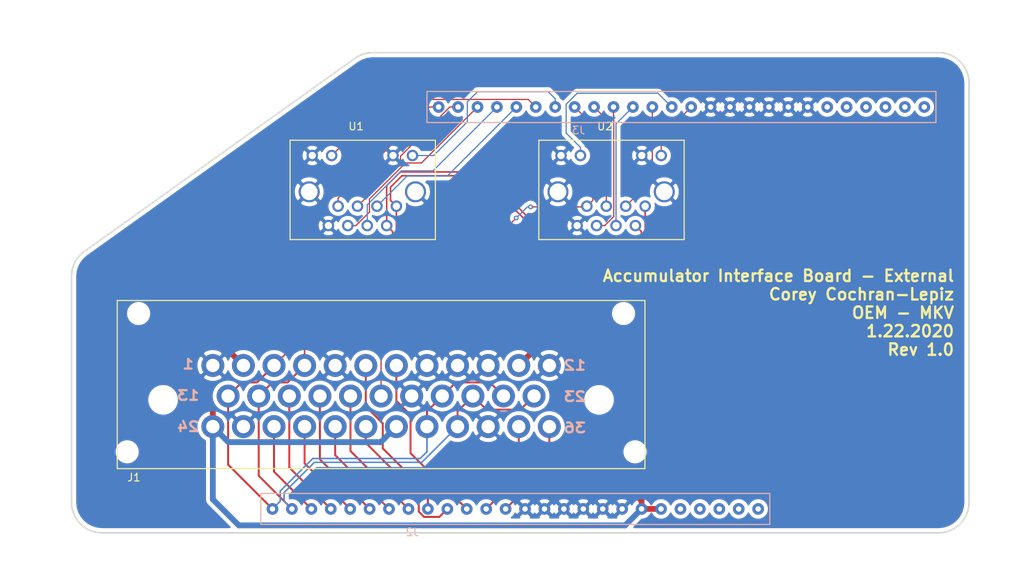
<source format=kicad_pcb>
(kicad_pcb (version 20171130) (host pcbnew 5.1.5-52549c5~84~ubuntu18.04.1)

  (general
    (thickness 1.6)
    (drawings 13)
    (tracks 184)
    (zones 0)
    (modules 5)
    (nets 41)
  )

  (page A4)
  (layers
    (0 F.Cu signal)
    (31 B.Cu signal)
    (32 B.Adhes user)
    (33 F.Adhes user)
    (34 B.Paste user)
    (35 F.Paste user)
    (36 B.SilkS user)
    (37 F.SilkS user)
    (38 B.Mask user)
    (39 F.Mask user)
    (40 Dwgs.User user)
    (41 Cmts.User user)
    (42 Eco1.User user)
    (43 Eco2.User user)
    (44 Edge.Cuts user)
    (45 Margin user)
    (46 B.CrtYd user)
    (47 F.CrtYd user)
    (48 B.Fab user)
    (49 F.Fab user)
  )

  (setup
    (last_trace_width 0.1524)
    (user_trace_width 0.254)
    (user_trace_width 0.762)
    (trace_clearance 0.1524)
    (zone_clearance 0.508)
    (zone_45_only no)
    (trace_min 0.1524)
    (via_size 0.6096)
    (via_drill 0.3048)
    (via_min_size 0.6096)
    (via_min_drill 0.3048)
    (uvia_size 0.3)
    (uvia_drill 0.1)
    (uvias_allowed no)
    (uvia_min_size 0.2)
    (uvia_min_drill 0.1)
    (edge_width 0.05)
    (segment_width 0.2)
    (pcb_text_width 0.3)
    (pcb_text_size 1.5 1.5)
    (mod_edge_width 0.12)
    (mod_text_size 1 1)
    (mod_text_width 0.15)
    (pad_size 1.524 1.524)
    (pad_drill 0.762)
    (pad_to_mask_clearance 0.051)
    (solder_mask_min_width 0.25)
    (aux_axis_origin 0 0)
    (visible_elements FFFFFF7F)
    (pcbplotparams
      (layerselection 0x010fc_ffffffff)
      (usegerberextensions false)
      (usegerberattributes false)
      (usegerberadvancedattributes false)
      (creategerberjobfile false)
      (excludeedgelayer true)
      (linewidth 0.100000)
      (plotframeref false)
      (viasonmask false)
      (mode 1)
      (useauxorigin false)
      (hpglpennumber 1)
      (hpglpenspeed 20)
      (hpglpendiameter 15.000000)
      (psnegative false)
      (psa4output false)
      (plotreference true)
      (plotvalue true)
      (plotinvisibletext false)
      (padsonsilk false)
      (subtractmaskfromsilk false)
      (outputformat 1)
      (mirror false)
      (drillshape 1)
      (scaleselection 1)
      (outputdirectory ""))
  )

  (net 0 "")
  (net 1 /TSAL-Red-Pos)
  (net 2 /TSAL-Red-Neg)
  (net 3 /ChargeEnable1)
  (net 4 /ChargeEnable2)
  (net 5 /12V)
  (net 6 /TSAL-Green-Pos)
  (net 7 /FAN-PWM)
  (net 8 /TSAL-Green-Neg)
  (net 9 /TSMS->FinalShutdown)
  (net 10 /IMD->TSMS)
  (net 11 /CAN-GND)
  (net 12 /BSDP-Current-Sense)
  (net 13 /HVD->HVD-Connector)
  (net 14 "Net-(J2-Pad24)")
  (net 15 "Net-(J2-Pad22)")
  (net 16 "Net-(J2-Pad23)")
  (net 17 "Net-(J2-Pad25)")
  (net 18 "Net-(J2-Pad26)")
  (net 19 "Net-(J3-Pad21)")
  (net 20 "Net-(J3-Pad26)")
  (net 21 "Net-(J3-Pad25)")
  (net 22 "Net-(J3-Pad23)")
  (net 23 "Net-(J3-Pad22)")
  (net 24 "Net-(J3-Pad24)")
  (net 25 /RESET_AIRC)
  (net 26 /LED_G_AIRC)
  (net 27 /SCK_AIRC)
  (net 28 /LED_O_AIRC)
  (net 29 /LED_G_BMS)
  (net 30 /MISO_AIRC)
  (net 31 /LED_O_BMS)
  (net 32 /MOSI_AIRC)
  (net 33 /5V_AIRC)
  (net 34 /RESET_BMS)
  (net 35 /SCK_BMS)
  (net 36 /MOSI_BMS)
  (net 37 /MISO_BMS)
  (net 38 /5V_BMS)
  (net 39 /CAN_N)
  (net 40 /CAN_P)

  (net_class Default "This is the default net class."
    (clearance 0.1524)
    (trace_width 0.1524)
    (via_dia 0.6096)
    (via_drill 0.3048)
    (uvia_dia 0.3)
    (uvia_drill 0.1)
    (diff_pair_width 0.2)
    (diff_pair_gap 0.3048)
    (add_net /12V)
    (add_net /5V_AIRC)
    (add_net /5V_BMS)
    (add_net /BSDP-Current-Sense)
    (add_net /CAN-GND)
    (add_net /CAN_N)
    (add_net /CAN_P)
    (add_net /ChargeEnable1)
    (add_net /ChargeEnable2)
    (add_net /FAN-PWM)
    (add_net /HVD->HVD-Connector)
    (add_net /IMD->TSMS)
    (add_net /LED_G_AIRC)
    (add_net /LED_G_BMS)
    (add_net /LED_O_AIRC)
    (add_net /LED_O_BMS)
    (add_net /MISO_AIRC)
    (add_net /MISO_BMS)
    (add_net /MOSI_AIRC)
    (add_net /MOSI_BMS)
    (add_net /RESET_AIRC)
    (add_net /RESET_BMS)
    (add_net /SCK_AIRC)
    (add_net /SCK_BMS)
    (add_net /TSAL-Green-Neg)
    (add_net /TSAL-Green-Pos)
    (add_net /TSAL-Red-Neg)
    (add_net /TSAL-Red-Pos)
    (add_net /TSMS->FinalShutdown)
    (add_net "Net-(J2-Pad22)")
    (add_net "Net-(J2-Pad23)")
    (add_net "Net-(J2-Pad24)")
    (add_net "Net-(J2-Pad25)")
    (add_net "Net-(J2-Pad26)")
    (add_net "Net-(J3-Pad21)")
    (add_net "Net-(J3-Pad22)")
    (add_net "Net-(J3-Pad23)")
    (add_net "Net-(J3-Pad24)")
    (add_net "Net-(J3-Pad25)")
    (add_net "Net-(J3-Pad26)")
  )

  (module footprints:RJ45-Vertical (layer F.Cu) (tedit 5C8B020C) (tstamp 5E2156B6)
    (at 35.1 56.4 180)
    (path /5DEACC93)
    (fp_text reference U1 (at 7.366 3.81) (layer F.SilkS)
      (effects (font (size 1 1) (thickness 0.15)))
    )
    (fp_text value RJ45_VT (at 6.4516 -13.0048) (layer F.Fab)
      (effects (font (size 1 1) (thickness 0.15)))
    )
    (fp_line (start 16 2) (end 16 0) (layer F.SilkS) (width 0.15))
    (fp_line (start -3 2) (end 16 2) (layer F.SilkS) (width 0.15))
    (fp_line (start -3 -11) (end -3 2) (layer F.SilkS) (width 0.15))
    (fp_line (start 16 -11) (end -3 -11) (layer F.SilkS) (width 0.15))
    (fp_line (start 16 0) (end 16 -11) (layer F.SilkS) (width 0.15))
    (pad 12 thru_hole circle (at 0 0 180) (size 1.5 1.5) (drill 0.95) (layers *.Cu *.Mask)
      (net 29 /LED_G_BMS))
    (pad 11 thru_hole circle (at 2.54 0 180) (size 1.5 1.5) (drill 0.95) (layers *.Cu *.Mask)
      (net 11 /CAN-GND))
    (pad 9 thru_hole circle (at 13.1 0 180) (size 1.5 1.5) (drill 0.95) (layers *.Cu *.Mask)
      (net 11 /CAN-GND))
    (pad 10 thru_hole circle (at 10.56 0 180) (size 1.5 1.5) (drill 0.95) (layers *.Cu *.Mask)
      (net 31 /LED_O_BMS))
    (pad 1 thru_hole circle (at 2.1 -6.63 180) (size 1.5 1.5) (drill 0.95) (layers *.Cu *.Mask)
      (net 39 /CAN_N))
    (pad 3 thru_hole circle (at 4.64 -6.63 180) (size 1.5 1.5) (drill 0.95) (layers *.Cu *.Mask)
      (net 34 /RESET_BMS))
    (pad 5 thru_hole circle (at 7.18 -6.63 180) (size 1.5 1.5) (drill 0.95) (layers *.Cu *.Mask)
      (net 37 /MISO_BMS))
    (pad 7 thru_hole circle (at 9.72 -6.63 180) (size 1.5 1.5) (drill 0.95) (layers *.Cu *.Mask)
      (net 38 /5V_BMS))
    (pad 2 thru_hole circle (at 3.37 -9.17 180) (size 1.5 1.5) (drill 0.95) (layers *.Cu *.Mask)
      (net 40 /CAN_P))
    (pad 4 thru_hole circle (at 5.91 -9.17 180) (size 1.5 1.5) (drill 0.95) (layers *.Cu *.Mask)
      (net 35 /SCK_BMS))
    (pad 6 thru_hole circle (at 8.45 -9.17 180) (size 1.5 1.5) (drill 0.95) (layers *.Cu *.Mask F.Paste)
      (net 36 /MOSI_BMS))
    (pad 8 thru_hole circle (at 10.99 -9.17 180) (size 1.5 1.5) (drill 0.95) (layers *.Cu *.Mask)
      (net 11 /CAN-GND))
    (pad 13 thru_hole circle (at -0.4 -4.75 180) (size 2.75 2.75) (drill 2.18) (layers *.Cu *.Mask)
      (net 11 /CAN-GND))
    (pad 14 thru_hole circle (at 13.5 -4.75 180) (size 2.75 2.75) (drill 2.18) (layers *.Cu *.Mask)
      (net 11 /CAN-GND))
    (model ${OEM_DIR}/parts/3DModels/rj45-vert/rj45-vert.step
      (at (xyz 0 0 0))
      (scale (xyz 1 1 1))
      (rotate (xyz 0 0 0))
    )
  )

  (module footprints:RJ45-Vertical (layer F.Cu) (tedit 5C8B020C) (tstamp 5E2155EE)
    (at 67.625 56.4 180)
    (path /5DEC1056)
    (fp_text reference U2 (at 7.366 3.81) (layer F.SilkS)
      (effects (font (size 1 1) (thickness 0.15)))
    )
    (fp_text value RJ45_VT (at 6.4516 -13.0048) (layer F.Fab)
      (effects (font (size 1 1) (thickness 0.15)))
    )
    (fp_line (start 16 2) (end 16 0) (layer F.SilkS) (width 0.15))
    (fp_line (start -3 2) (end 16 2) (layer F.SilkS) (width 0.15))
    (fp_line (start -3 -11) (end -3 2) (layer F.SilkS) (width 0.15))
    (fp_line (start 16 -11) (end -3 -11) (layer F.SilkS) (width 0.15))
    (fp_line (start 16 0) (end 16 -11) (layer F.SilkS) (width 0.15))
    (pad 12 thru_hole circle (at 0 0 180) (size 1.5 1.5) (drill 0.95) (layers *.Cu *.Mask)
      (net 26 /LED_G_AIRC))
    (pad 11 thru_hole circle (at 2.54 0 180) (size 1.5 1.5) (drill 0.95) (layers *.Cu *.Mask)
      (net 11 /CAN-GND))
    (pad 9 thru_hole circle (at 13.1 0 180) (size 1.5 1.5) (drill 0.95) (layers *.Cu *.Mask)
      (net 11 /CAN-GND))
    (pad 10 thru_hole circle (at 10.56 0 180) (size 1.5 1.5) (drill 0.95) (layers *.Cu *.Mask)
      (net 28 /LED_O_AIRC))
    (pad 1 thru_hole circle (at 2.1 -6.63 180) (size 1.5 1.5) (drill 0.95) (layers *.Cu *.Mask)
      (net 39 /CAN_N))
    (pad 3 thru_hole circle (at 4.64 -6.63 180) (size 1.5 1.5) (drill 0.95) (layers *.Cu *.Mask)
      (net 25 /RESET_AIRC))
    (pad 5 thru_hole circle (at 7.18 -6.63 180) (size 1.5 1.5) (drill 0.95) (layers *.Cu *.Mask)
      (net 30 /MISO_AIRC))
    (pad 7 thru_hole circle (at 9.72 -6.63 180) (size 1.5 1.5) (drill 0.95) (layers *.Cu *.Mask)
      (net 33 /5V_AIRC))
    (pad 2 thru_hole circle (at 3.37 -9.17 180) (size 1.5 1.5) (drill 0.95) (layers *.Cu *.Mask)
      (net 40 /CAN_P))
    (pad 4 thru_hole circle (at 5.91 -9.17 180) (size 1.5 1.5) (drill 0.95) (layers *.Cu *.Mask)
      (net 27 /SCK_AIRC))
    (pad 6 thru_hole circle (at 8.45 -9.17 180) (size 1.5 1.5) (drill 0.95) (layers *.Cu *.Mask F.Paste)
      (net 32 /MOSI_AIRC))
    (pad 8 thru_hole circle (at 10.99 -9.17 180) (size 1.5 1.5) (drill 0.95) (layers *.Cu *.Mask)
      (net 11 /CAN-GND))
    (pad 13 thru_hole circle (at -0.4 -4.75 180) (size 2.75 2.75) (drill 2.18) (layers *.Cu *.Mask)
      (net 11 /CAN-GND))
    (pad 14 thru_hole circle (at 13.5 -4.75 180) (size 2.75 2.75) (drill 2.18) (layers *.Cu *.Mask)
      (net 11 /CAN-GND))
    (model ${OEM_DIR}/parts/3DModels/rj45-vert/rj45-vert.step
      (at (xyz 0 0 0))
      (scale (xyz 1 1 1))
      (rotate (xyz 0 0 0))
    )
  )

  (module footprints:26pos_screwsocket_.1in (layer B.Cu) (tedit 5C9A4FB4) (tstamp 5E1D515B)
    (at 38.525 50.05)
    (path /5DEA59DD)
    (fp_text reference J3 (at 18.288 3.048 -180) (layer B.SilkS)
      (effects (font (size 1 1) (thickness 0.15)) (justify mirror))
    )
    (fp_text value BBS-126-G-A (at 7.112 3.556) (layer B.Fab)
      (effects (font (size 1 1) (thickness 0.15)) (justify mirror))
    )
    (fp_line (start 65.024 2.032) (end 65.024 -2.032) (layer B.SilkS) (width 0.15))
    (fp_line (start 65.024 2.032) (end -1.524 2.032) (layer B.SilkS) (width 0.15))
    (fp_line (start -1.524 -2.032) (end 65.024 -2.032) (layer B.SilkS) (width 0.15))
    (fp_line (start -1.524 2.032) (end -1.524 -2.032) (layer B.SilkS) (width 0.15))
    (pad 21 thru_hole circle (at 50.8 0) (size 1.524 1.524) (drill 0.71) (layers *.Cu *.Mask)
      (net 19 "Net-(J3-Pad21)"))
    (pad 26 thru_hole circle (at 63.5 0) (size 1.524 1.524) (drill 0.71) (layers *.Cu *.Mask)
      (net 20 "Net-(J3-Pad26)"))
    (pad 25 thru_hole circle (at 60.96 0) (size 1.524 1.524) (drill 0.71) (layers *.Cu *.Mask)
      (net 21 "Net-(J3-Pad25)"))
    (pad 23 thru_hole circle (at 55.88 0) (size 1.524 1.524) (drill 0.71) (layers *.Cu *.Mask)
      (net 22 "Net-(J3-Pad23)"))
    (pad 22 thru_hole circle (at 53.34 0) (size 1.524 1.524) (drill 0.71) (layers *.Cu *.Mask)
      (net 23 "Net-(J3-Pad22)"))
    (pad 24 thru_hole circle (at 58.42 0 270) (size 1.524 1.524) (drill 0.71) (layers *.Cu *.Mask)
      (net 24 "Net-(J3-Pad24)"))
    (pad 12 thru_hole circle (at 27.94 0) (size 1.524 1.524) (drill 0.71) (layers *.Cu *.Mask)
      (net 25 /RESET_AIRC))
    (pad 14 thru_hole circle (at 33.02 0) (size 1.524 1.524) (drill 0.71) (layers *.Cu *.Mask)
      (net 26 /LED_G_AIRC))
    (pad 18 thru_hole circle (at 43.18 0 270) (size 1.524 1.524) (drill 0.71) (layers *.Cu *.Mask)
      (net 11 /CAN-GND))
    (pad 17 thru_hole circle (at 40.64 0) (size 1.524 1.524) (drill 0.71) (layers *.Cu *.Mask)
      (net 11 /CAN-GND))
    (pad 16 thru_hole circle (at 38.1 0) (size 1.524 1.524) (drill 0.71) (layers *.Cu *.Mask)
      (net 11 /CAN-GND))
    (pad 11 thru_hole circle (at 25.4 0) (size 1.524 1.524) (drill 0.71) (layers *.Cu *.Mask)
      (net 27 /SCK_AIRC))
    (pad 15 thru_hole circle (at 35.56 0) (size 1.524 1.524) (drill 0.71) (layers *.Cu *.Mask)
      (net 11 /CAN-GND))
    (pad 20 thru_hole circle (at 48.26 0) (size 1.524 1.524) (drill 0.71) (layers *.Cu *.Mask)
      (net 11 /CAN-GND))
    (pad 13 thru_hole circle (at 30.48 0) (size 1.524 1.524) (drill 0.71) (layers *.Cu *.Mask)
      (net 28 /LED_O_AIRC))
    (pad 19 thru_hole circle (at 45.72 0) (size 1.524 1.524) (drill 0.71) (layers *.Cu *.Mask)
      (net 11 /CAN-GND))
    (pad 7 thru_hole circle (at 15.24 0) (size 1.524 1.524) (drill 0.71) (layers *.Cu *.Mask)
      (net 29 /LED_G_BMS))
    (pad 9 thru_hole circle (at 20.32 0) (size 1.524 1.524) (drill 0.71) (layers *.Cu *.Mask)
      (net 30 /MISO_AIRC))
    (pad 6 thru_hole circle (at 12.7 0) (size 1.524 1.524) (drill 0.71) (layers *.Cu *.Mask)
      (net 31 /LED_O_BMS))
    (pad 10 thru_hole circle (at 22.86 0) (size 1.524 1.524) (drill 0.71) (layers *.Cu *.Mask)
      (net 32 /MOSI_AIRC))
    (pad 8 thru_hole circle (at 17.78 0 270) (size 1.524 1.524) (drill 0.71) (layers *.Cu *.Mask)
      (net 33 /5V_AIRC))
    (pad 5 thru_hole circle (at 10.16 0) (size 1.524 1.524) (drill 0.71) (layers *.Cu *.Mask)
      (net 34 /RESET_BMS))
    (pad 4 thru_hole circle (at 7.62 0) (size 1.524 1.524) (drill 0.71) (layers *.Cu *.Mask)
      (net 35 /SCK_BMS))
    (pad 3 thru_hole circle (at 5.08 0) (size 1.524 1.524) (drill 0.71) (layers *.Cu *.Mask)
      (net 36 /MOSI_BMS))
    (pad 2 thru_hole circle (at 2.54 0) (size 1.524 1.524) (drill 0.71) (layers *.Cu *.Mask)
      (net 37 /MISO_BMS))
    (pad 1 thru_hole circle (at 0 0) (size 1.524 1.524) (drill 0.71) (layers *.Cu *.Mask)
      (net 38 /5V_BMS))
    (model ${OEM_DIR}/parts/3DModels/BBS-126-G-A/BBS-126-G-A.stp
      (offset (xyz 31.75 0 2.794))
      (scale (xyz 1 1 1))
      (rotate (xyz 90 0 0))
    )
  )

  (module footprints:26pos_screwsocket_.1in (layer B.Cu) (tedit 5C9A4FB4) (tstamp 5E2154D6)
    (at 16.8 102.65)
    (path /5DEA511A)
    (fp_text reference J2 (at 18.288 3.048 -180) (layer B.SilkS)
      (effects (font (size 1 1) (thickness 0.15)) (justify mirror))
    )
    (fp_text value SS-126-G-2 (at 7.112 3.556) (layer B.Fab)
      (effects (font (size 1 1) (thickness 0.15)) (justify mirror))
    )
    (fp_line (start -1.524 2.032) (end -1.524 -2.032) (layer B.SilkS) (width 0.15))
    (fp_line (start -1.524 -2.032) (end 65.024 -2.032) (layer B.SilkS) (width 0.15))
    (fp_line (start 65.024 2.032) (end -1.524 2.032) (layer B.SilkS) (width 0.15))
    (fp_line (start 65.024 2.032) (end 65.024 -2.032) (layer B.SilkS) (width 0.15))
    (pad 1 thru_hole circle (at 0 0) (size 1.524 1.524) (drill 0.71) (layers *.Cu *.Mask)
      (net 40 /CAN_P))
    (pad 2 thru_hole circle (at 2.54 0) (size 1.524 1.524) (drill 0.71) (layers *.Cu *.Mask)
      (net 39 /CAN_N))
    (pad 3 thru_hole circle (at 5.08 0) (size 1.524 1.524) (drill 0.71) (layers *.Cu *.Mask)
      (net 1 /TSAL-Red-Pos))
    (pad 4 thru_hole circle (at 7.62 0) (size 1.524 1.524) (drill 0.71) (layers *.Cu *.Mask)
      (net 6 /TSAL-Green-Pos))
    (pad 5 thru_hole circle (at 10.16 0) (size 1.524 1.524) (drill 0.71) (layers *.Cu *.Mask)
      (net 2 /TSAL-Red-Neg))
    (pad 8 thru_hole circle (at 17.78 0 270) (size 1.524 1.524) (drill 0.71) (layers *.Cu *.Mask)
      (net 7 /FAN-PWM))
    (pad 10 thru_hole circle (at 22.86 0) (size 1.524 1.524) (drill 0.71) (layers *.Cu *.Mask)
      (net 4 /ChargeEnable2))
    (pad 6 thru_hole circle (at 12.7 0) (size 1.524 1.524) (drill 0.71) (layers *.Cu *.Mask)
      (net 8 /TSAL-Green-Neg))
    (pad 9 thru_hole circle (at 20.32 0) (size 1.524 1.524) (drill 0.71) (layers *.Cu *.Mask)
      (net 10 /IMD->TSMS))
    (pad 7 thru_hole circle (at 15.24 0) (size 1.524 1.524) (drill 0.71) (layers *.Cu *.Mask)
      (net 3 /ChargeEnable1))
    (pad 19 thru_hole circle (at 45.72 0) (size 1.524 1.524) (drill 0.71) (layers *.Cu *.Mask)
      (net 11 /CAN-GND))
    (pad 13 thru_hole circle (at 30.48 0) (size 1.524 1.524) (drill 0.71) (layers *.Cu *.Mask)
      (net 13 /HVD->HVD-Connector))
    (pad 20 thru_hole circle (at 48.26 0) (size 1.524 1.524) (drill 0.71) (layers *.Cu *.Mask)
      (net 5 /12V))
    (pad 15 thru_hole circle (at 35.56 0) (size 1.524 1.524) (drill 0.71) (layers *.Cu *.Mask)
      (net 11 /CAN-GND))
    (pad 11 thru_hole circle (at 25.4 0) (size 1.524 1.524) (drill 0.71) (layers *.Cu *.Mask)
      (net 9 /TSMS->FinalShutdown))
    (pad 16 thru_hole circle (at 38.1 0) (size 1.524 1.524) (drill 0.71) (layers *.Cu *.Mask)
      (net 11 /CAN-GND))
    (pad 17 thru_hole circle (at 40.64 0) (size 1.524 1.524) (drill 0.71) (layers *.Cu *.Mask)
      (net 11 /CAN-GND))
    (pad 18 thru_hole circle (at 43.18 0 270) (size 1.524 1.524) (drill 0.71) (layers *.Cu *.Mask)
      (net 11 /CAN-GND))
    (pad 14 thru_hole circle (at 33.02 0) (size 1.524 1.524) (drill 0.71) (layers *.Cu *.Mask)
      (net 11 /CAN-GND))
    (pad 12 thru_hole circle (at 27.94 0) (size 1.524 1.524) (drill 0.71) (layers *.Cu *.Mask)
      (net 12 /BSDP-Current-Sense))
    (pad 24 thru_hole circle (at 58.42 0 270) (size 1.524 1.524) (drill 0.71) (layers *.Cu *.Mask)
      (net 14 "Net-(J2-Pad24)"))
    (pad 22 thru_hole circle (at 53.34 0) (size 1.524 1.524) (drill 0.71) (layers *.Cu *.Mask)
      (net 15 "Net-(J2-Pad22)"))
    (pad 23 thru_hole circle (at 55.88 0) (size 1.524 1.524) (drill 0.71) (layers *.Cu *.Mask)
      (net 16 "Net-(J2-Pad23)"))
    (pad 25 thru_hole circle (at 60.96 0) (size 1.524 1.524) (drill 0.71) (layers *.Cu *.Mask)
      (net 17 "Net-(J2-Pad25)"))
    (pad 26 thru_hole circle (at 63.5 0) (size 1.524 1.524) (drill 0.71) (layers *.Cu *.Mask)
      (net 18 "Net-(J2-Pad26)"))
    (pad 21 thru_hole circle (at 50.8 0) (size 1.524 1.524) (drill 0.71) (layers *.Cu *.Mask)
      (net 5 /12V))
    (model ${OEM_DIR}/parts/3DModels/BBS-126-G-A/BBS-126-G-A.stp
      (offset (xyz 31.75 0 2.794))
      (scale (xyz 1 1 1))
      (rotate (xyz 90 0 0))
    )
  )

  (module footprints:Ampseal_35 (layer F.Cu) (tedit 5E1E719B) (tstamp 5E1D5117)
    (at 2.5 88.375)
    (path /5DE9B0DD)
    (fp_text reference J1 (at -3.81 10.16) (layer F.SilkS)
      (effects (font (size 1 1) (thickness 0.15)))
    )
    (fp_text value Ampseal_35_VT (at -1.524 -13.97) (layer F.Fab)
      (effects (font (size 1 1) (thickness 0.15)))
    )
    (fp_line (start -6 9) (end -6 -13) (layer F.SilkS) (width 0.15))
    (fp_line (start 63 9) (end -6 9) (layer F.SilkS) (width 0.15))
    (fp_line (start 63 -13) (end 63 9) (layer F.SilkS) (width 0.15))
    (fp_line (start -6 -13) (end 63 -13) (layer F.SilkS) (width 0.15))
    (pad 12 thru_hole circle (at 50.5 -4.5) (size 3 3) (drill 1.75) (layers *.Cu *.Mask)
      (net 11 /CAN-GND))
    (pad 23 thru_hole circle (at 48.5 -0.5) (size 3 3) (drill 1.75) (layers *.Cu *.Mask)
      (net 39 /CAN_N))
    (pad 35 thru_hole circle (at 50.5 3.5) (size 3 3) (drill 1.75) (layers *.Cu *.Mask)
      (net 13 /HVD->HVD-Connector))
    (pad 11 thru_hole circle (at 46.5 -4.5) (size 3 3) (drill 1.75) (layers *.Cu *.Mask)
      (net 5 /12V))
    (pad 22 thru_hole circle (at 44.5 -0.5) (size 3 3) (drill 1.75) (layers *.Cu *.Mask)
      (net 40 /CAN_P))
    (pad 34 thru_hole circle (at 46.5 3.5) (size 3 3) (drill 1.75) (layers *.Cu *.Mask)
      (net 12 /BSDP-Current-Sense))
    (pad 10 thru_hole circle (at 42.5 -4.5) (size 3 3) (drill 1.75) (layers *.Cu *.Mask)
      (net 11 /CAN-GND))
    (pad 21 thru_hole circle (at 40.5 -0.5) (size 3 3) (drill 1.75) (layers *.Cu *.Mask)
      (net 39 /CAN_N))
    (pad 33 thru_hole circle (at 42.5 3.5) (size 3 3) (drill 1.75) (layers *.Cu *.Mask)
      (net 11 /CAN-GND))
    (pad 9 thru_hole circle (at 38.5 -4.5) (size 3 3) (drill 1.75) (layers *.Cu *.Mask)
      (net 11 /CAN-GND))
    (pad 32 thru_hole circle (at 38.5 3.5) (size 3 3) (drill 1.75) (layers *.Cu *.Mask)
      (net 39 /CAN_N))
    (pad 20 thru_hole circle (at 36.5 -0.5) (size 3 3) (drill 1.75) (layers *.Cu *.Mask)
      (net 40 /CAN_P))
    (pad 8 thru_hole circle (at 34.5 -4.5) (size 3 3) (drill 1.75) (layers *.Cu *.Mask)
      (net 11 /CAN-GND))
    (pad "" np_thru_hole circle (at 0 0) (size 2.85 2.85) (drill 2.85) (layers *.Cu *.Mask))
    (pad 1 thru_hole circle (at 6.5 -4.5) (size 3 3) (drill 1.75) (layers *.Cu *.Mask)
      (net 11 /CAN-GND))
    (pad 13 thru_hole circle (at 8.5 -0.5) (size 3 3) (drill 1.75) (layers *.Cu *.Mask)
      (net 40 /CAN_P))
    (pad 24 thru_hole circle (at 6.5 3.5) (size 3 3) (drill 1.75) (layers *.Cu *.Mask)
      (net 5 /12V))
    (pad 2 thru_hole circle (at 10.5 -4.5) (size 3 3) (drill 1.75) (layers *.Cu *.Mask)
      (net 5 /12V))
    (pad 3 thru_hole circle (at 14.5 -4.5) (size 3 3) (drill 1.75) (layers *.Cu *.Mask)
      (net 40 /CAN_P))
    (pad 5 thru_hole circle (at 22.5 -4.5) (size 3 3) (drill 1.75) (layers *.Cu *.Mask)
      (net 11 /CAN-GND))
    (pad 4 thru_hole circle (at 18.5 -4.5) (size 3 3) (drill 1.75) (layers *.Cu *.Mask)
      (net 39 /CAN_N))
    (pad 6 thru_hole circle (at 26.5 -4.5) (size 3 3) (drill 1.75) (layers *.Cu *.Mask)
      (net 10 /IMD->TSMS))
    (pad 7 thru_hole circle (at 30.5 -4.5) (size 3 3) (drill 1.75) (layers *.Cu *.Mask)
      (net 9 /TSMS->FinalShutdown))
    (pad 19 thru_hole circle (at 32.5 -0.5) (size 3 3) (drill 1.75) (layers *.Cu *.Mask)
      (net 11 /CAN-GND))
    (pad 18 thru_hole circle (at 28.5 -0.5) (size 3 3) (drill 1.75) (layers *.Cu *.Mask)
      (net 33 /5V_AIRC))
    (pad 16 thru_hole circle (at 20.5 -0.5) (size 3 3) (drill 1.75) (layers *.Cu *.Mask)
      (net 8 /TSAL-Green-Neg))
    (pad 17 thru_hole circle (at 24.5 -0.5) (size 3 3) (drill 1.75) (layers *.Cu *.Mask)
      (net 7 /FAN-PWM))
    (pad 15 thru_hole circle (at 16.5 -0.5) (size 3 3) (drill 1.75) (layers *.Cu *.Mask)
      (net 6 /TSAL-Green-Pos))
    (pad 14 thru_hole circle (at 12.5 -0.5) (size 3 3) (drill 1.75) (layers *.Cu *.Mask)
      (net 39 /CAN_N))
    (pad 30 thru_hole circle (at 30.5 3.5) (size 3 3) (drill 1.75) (layers *.Cu *.Mask)
      (net 5 /12V))
    (pad 29 thru_hole circle (at 26.5 3.5) (size 3 3) (drill 1.75) (layers *.Cu *.Mask)
      (net 4 /ChargeEnable2))
    (pad 28 thru_hole circle (at 22.5 3.5) (size 3 3) (drill 1.75) (layers *.Cu *.Mask)
      (net 3 /ChargeEnable1))
    (pad 27 thru_hole circle (at 18.5 3.5) (size 3 3) (drill 1.75) (layers *.Cu *.Mask)
      (net 2 /TSAL-Red-Neg))
    (pad 26 thru_hole circle (at 14.5 3.5) (size 3 3) (drill 1.75) (layers *.Cu *.Mask)
      (net 1 /TSAL-Red-Pos))
    (pad 25 thru_hole circle (at 10.5 3.5) (size 3 3) (drill 1.75) (layers *.Cu *.Mask)
      (net 11 /CAN-GND))
    (pad 31 thru_hole circle (at 34.5 3.5) (size 3 3) (drill 1.75) (layers *.Cu *.Mask)
      (net 40 /CAN_P))
    (pad "" np_thru_hole circle (at -3.2 -11.3) (size 2 2) (drill 2) (layers *.Cu *.Mask))
    (pad "" np_thru_hole circle (at 60.2 -11.3) (size 2 2) (drill 2) (layers *.Cu *.Mask))
    (pad "" np_thru_hole circle (at -4.7 6.8) (size 2 2) (drill 2) (layers *.Cu *.Mask))
    (pad "" np_thru_hole circle (at 61.7 6.8) (size 2 2) (drill 2) (layers *.Cu *.Mask))
    (pad "" np_thru_hole circle (at 57 0) (size 2.85 2.85) (drill 2.85) (layers *.Cu *.Mask))
    (model ${OEM_DIR}/parts/3DModels/Ampseal-35/C-1-776231-4.step
      (at (xyz 0 0 0))
      (scale (xyz 1 1 1))
      (rotate (xyz 0 0 0))
    )
    (model ${OEM_DIR}/parts/3DModels/Ampseal-35/ampseal35-otherend.stp
      (offset (xyz 28.5 0 47))
      (scale (xyz 1 1 1))
      (rotate (xyz 180 0 180))
    )
  )

  (gr_text "1\n\n13\n\n24" (at 5.775 87.8) (layer B.SilkS) (tstamp 5E28B933)
    (effects (font (size 1.27 1.5) (thickness 0.3)) (justify mirror))
  )
  (gr_text "12\n\n23\n\n36" (at 56.325 87.95) (layer B.SilkS)
    (effects (font (size 1.27 1.5) (thickness 0.3)) (justify mirror))
  )
  (gr_text "Accumulator Interface Board - External\nCorey Cochran-Lepiz\nOEM - MKV\n1.22.2020\nRev 1.0" (at 106.075 76.975) (layer F.SilkS)
    (effects (font (size 1.5 1.5) (thickness 0.3)) (justify right))
  )
  (gr_arc (start 29.90695 46.935) (end 29.90695 42.935) (angle -35.54) (layer Edge.Cuts) (width 0.2))
  (gr_line (start 107.875 46.935) (end 107.875 101.775) (layer Edge.Cuts) (width 0.2))
  (gr_arc (start 103.875001 46.935) (end 107.875001 46.935) (angle -90) (layer Edge.Cuts) (width 0.2))
  (gr_line (start -7.800084 68.955148) (end 27.581865 43.680161) (layer Edge.Cuts) (width 0.2))
  (gr_arc (start 103.875001 101.775) (end 103.875001 105.775) (angle -90) (layer Edge.Cuts) (width 0.2))
  (gr_line (start 103.875001 105.775001) (end -5.475 105.775001) (layer Edge.Cuts) (width 0.2))
  (gr_arc (start -5.475 72.209987) (end -7.800084 68.955148) (angle -54.46) (layer Edge.Cuts) (width 0.2))
  (gr_line (start -9.474999 101.775) (end -9.474999 72.209987) (layer Edge.Cuts) (width 0.2))
  (gr_line (start 29.90695 42.935001) (end 103.875001 42.935001) (layer Edge.Cuts) (width 0.2))
  (gr_arc (start -5.475 101.775) (end -9.475 101.775) (angle -90) (layer Edge.Cuts) (width 0.2))

  (segment (start 17 97.77) (end 21.88 102.65) (width 0.254) (layer F.Cu) (net 1))
  (segment (start 17 91.875) (end 17 97.77) (width 0.254) (layer F.Cu) (net 1))
  (segment (start 21 96.69) (end 26.96 102.65) (width 0.254) (layer F.Cu) (net 2))
  (segment (start 21 91.875) (end 21 96.69) (width 0.254) (layer F.Cu) (net 2))
  (segment (start 25 95.61) (end 32.04 102.65) (width 0.254) (layer F.Cu) (net 3))
  (segment (start 25 91.875) (end 25 95.61) (width 0.254) (layer F.Cu) (net 3))
  (segment (start 29 93.99632) (end 35.925 100.92132) (width 0.254) (layer F.Cu) (net 4))
  (segment (start 29 91.875) (end 29 93.99632) (width 0.254) (layer F.Cu) (net 4))
  (segment (start 38.898001 103.411999) (end 39.66 102.65) (width 0.254) (layer F.Cu) (net 4))
  (segment (start 38.618599 103.691401) (end 38.898001 103.411999) (width 0.254) (layer F.Cu) (net 4))
  (segment (start 36.620127 103.691401) (end 38.618599 103.691401) (width 0.254) (layer F.Cu) (net 4))
  (segment (start 35.925 102.996274) (end 36.620127 103.691401) (width 0.254) (layer F.Cu) (net 4))
  (segment (start 35.925 100.92132) (end 35.925 102.996274) (width 0.254) (layer F.Cu) (net 4))
  (segment (start 11.033401 93.908401) (end 10.499999 93.374999) (width 0.762) (layer B.Cu) (net 5))
  (segment (start 30.966599 93.908401) (end 11.033401 93.908401) (width 0.762) (layer B.Cu) (net 5))
  (segment (start 10.499999 93.374999) (end 9 91.875) (width 0.762) (layer B.Cu) (net 5))
  (segment (start 33 91.875) (end 30.966599 93.908401) (width 0.762) (layer B.Cu) (net 5))
  (segment (start 9 89.75368) (end 5.675 86.42868) (width 0.762) (layer F.Cu) (net 5))
  (segment (start 9 91.875) (end 9 89.75368) (width 0.762) (layer F.Cu) (net 5))
  (segment (start 5.675 86.42868) (end 5.675 83.2) (width 0.762) (layer F.Cu) (net 5))
  (segment (start 5.675 83.2) (end 7.625 81.25) (width 0.762) (layer F.Cu) (net 5))
  (segment (start 10.375 81.25) (end 13 83.875) (width 0.762) (layer F.Cu) (net 5))
  (segment (start 7.625 81.25) (end 10.375 81.25) (width 0.762) (layer F.Cu) (net 5))
  (segment (start 65.06 101.57237) (end 56.675 93.18737) (width 0.762) (layer F.Cu) (net 5))
  (segment (start 65.06 102.65) (end 65.06 101.57237) (width 0.762) (layer F.Cu) (net 5))
  (segment (start 56.675 93.18737) (end 56.675 82.825) (width 0.762) (layer F.Cu) (net 5))
  (segment (start 56.675 82.825) (end 54.075 80.225) (width 0.762) (layer F.Cu) (net 5))
  (segment (start 52.65 80.225) (end 49 83.875) (width 0.762) (layer F.Cu) (net 5))
  (segment (start 54.075 80.225) (end 52.65 80.225) (width 0.762) (layer F.Cu) (net 5))
  (segment (start 65.06 102.65) (end 67.6 102.65) (width 0.762) (layer F.Cu) (net 5))
  (segment (start 65.06 102.65) (end 62.91 104.8) (width 0.762) (layer B.Cu) (net 5))
  (segment (start 62.91 104.8) (end 12.4 104.8) (width 0.762) (layer B.Cu) (net 5))
  (segment (start 9 101.4) (end 9 91.875) (width 0.762) (layer B.Cu) (net 5))
  (segment (start 12.4 104.8) (end 9 101.4) (width 0.762) (layer B.Cu) (net 5))
  (segment (start 23.658001 101.888001) (end 24.42 102.65) (width 0.254) (layer F.Cu) (net 6))
  (segment (start 19 97.23) (end 23.658001 101.888001) (width 0.254) (layer F.Cu) (net 6))
  (segment (start 19 87.875) (end 19 97.23) (width 0.254) (layer F.Cu) (net 6))
  (segment (start 27 95.07) (end 34.58 102.65) (width 0.254) (layer F.Cu) (net 7))
  (segment (start 27 87.875) (end 27 95.07) (width 0.254) (layer F.Cu) (net 7))
  (segment (start 23 96.15) (end 29.5 102.65) (width 0.254) (layer F.Cu) (net 8))
  (segment (start 23 87.875) (end 23 96.15) (width 0.254) (layer F.Cu) (net 8))
  (segment (start 41.438001 101.888001) (end 41.388001 101.888001) (width 0.254) (layer F.Cu) (net 9))
  (segment (start 42.2 102.65) (end 41.438001 101.888001) (width 0.254) (layer F.Cu) (net 9))
  (segment (start 41.388001 101.888001) (end 34.85 95.35) (width 0.254) (layer F.Cu) (net 9))
  (segment (start 34.85 90.358514) (end 34.85 95.35) (width 0.254) (layer F.Cu) (net 9))
  (segment (start 33 88.508514) (end 34.85 90.358514) (width 0.254) (layer F.Cu) (net 9))
  (segment (start 33 83.875) (end 33 88.508514) (width 0.254) (layer F.Cu) (net 9))
  (segment (start 31.220599 91.462085) (end 31.220599 94.720599) (width 0.254) (layer F.Cu) (net 10))
  (segment (start 29 83.875) (end 29 89.241486) (width 0.254) (layer F.Cu) (net 10))
  (segment (start 29 89.241486) (end 31.220599 91.462085) (width 0.254) (layer F.Cu) (net 10))
  (segment (start 37.12 100.62) (end 37.12 102.65) (width 0.254) (layer F.Cu) (net 10))
  (segment (start 31.220599 94.720599) (end 37.12 100.62) (width 0.254) (layer F.Cu) (net 10))
  (segment (start 44.74 102.65) (end 49.025 98.365) (width 0.254) (layer F.Cu) (net 12))
  (segment (start 49 98.34) (end 49 91.875) (width 0.254) (layer F.Cu) (net 12))
  (segment (start 49.025 98.365) (end 49 98.34) (width 0.254) (layer F.Cu) (net 12))
  (segment (start 53 96.93) (end 53 91.875) (width 0.254) (layer F.Cu) (net 13))
  (segment (start 47.28 102.65) (end 53 96.93) (width 0.254) (layer F.Cu) (net 13))
  (segment (start 66.465 59.55) (end 66.465 50.05) (width 0.1524) (layer F.Cu) (net 25))
  (segment (start 62.985 63.03) (end 66.465 59.55) (width 0.1524) (layer F.Cu) (net 25))
  (segment (start 67.625 53.97) (end 71.545 50.05) (width 0.1524) (layer F.Cu) (net 26))
  (segment (start 67.625 56.4) (end 67.625 53.97) (width 0.1524) (layer F.Cu) (net 26))
  (segment (start 61.715 52.26) (end 63.925 50.05) (width 0.1524) (layer B.Cu) (net 27))
  (segment (start 61.715 65.57) (end 61.715 52.26) (width 0.1524) (layer B.Cu) (net 27))
  (segment (start 57.065 55.33934) (end 55.2 53.47434) (width 0.1524) (layer B.Cu) (net 28))
  (segment (start 57.065 56.4) (end 57.065 55.33934) (width 0.1524) (layer B.Cu) (net 28))
  (segment (start 55.2 49.68891) (end 56.63891 48.25) (width 0.1524) (layer B.Cu) (net 28))
  (segment (start 55.2 53.47434) (end 55.2 49.68891) (width 0.1524) (layer B.Cu) (net 28))
  (segment (start 67.205 48.25) (end 69.005 50.05) (width 0.1524) (layer B.Cu) (net 28))
  (segment (start 56.63891 48.25) (end 67.205 48.25) (width 0.1524) (layer B.Cu) (net 28))
  (segment (start 53.765 48.97237) (end 52.84263 48.05) (width 0.1524) (layer B.Cu) (net 29))
  (segment (start 53.765 50.05) (end 53.765 48.97237) (width 0.1524) (layer B.Cu) (net 29))
  (segment (start 52.84263 48.05) (end 43.6 48.05) (width 0.1524) (layer B.Cu) (net 29))
  (segment (start 43.6 48.05) (end 42.275 49.375) (width 0.1524) (layer B.Cu) (net 29))
  (segment (start 42.275 49.375) (end 42.275 52) (width 0.1524) (layer B.Cu) (net 29))
  (segment (start 37.875 56.4) (end 35.1 56.4) (width 0.1524) (layer B.Cu) (net 29))
  (segment (start 42.275 52) (end 37.875 56.4) (width 0.1524) (layer B.Cu) (net 29))
  (segment (start 60.445 51.65) (end 58.845 50.05) (width 0.1524) (layer F.Cu) (net 30))
  (segment (start 60.445 63.03) (end 60.445 51.65) (width 0.1524) (layer F.Cu) (net 30))
  (segment (start 25.289999 55.650001) (end 24.54 56.4) (width 0.1524) (layer F.Cu) (net 31))
  (segment (start 31.880601 49.059399) (end 25.289999 55.650001) (width 0.1524) (layer F.Cu) (net 31))
  (segment (start 50.234399 49.059399) (end 31.880601 49.059399) (width 0.1524) (layer F.Cu) (net 31))
  (segment (start 51.225 50.05) (end 50.234399 49.059399) (width 0.1524) (layer F.Cu) (net 31))
  (segment (start 61.423601 51.166231) (end 61.385 51.12763) (width 0.1524) (layer F.Cu) (net 32))
  (segment (start 61.385 51.12763) (end 61.385 50.05) (width 0.1524) (layer F.Cu) (net 32))
  (segment (start 61.423601 64.382059) (end 61.423601 51.166231) (width 0.1524) (layer F.Cu) (net 32))
  (segment (start 60.23566 65.57) (end 61.423601 64.382059) (width 0.1524) (layer F.Cu) (net 32))
  (segment (start 59.175 65.57) (end 60.23566 65.57) (width 0.1524) (layer F.Cu) (net 32))
  (segment (start 57.905 63.03) (end 57.93 63.03) (width 0.1524) (layer F.Cu) (net 33))
  (segment (start 57.93 63.03) (end 58.675 62.285) (width 0.1524) (layer F.Cu) (net 33))
  (segment (start 58.675 52.42) (end 56.305 50.05) (width 0.1524) (layer F.Cu) (net 33))
  (segment (start 58.675 62.285) (end 58.675 52.42) (width 0.1524) (layer F.Cu) (net 33))
  (segment (start 57.905 63.03) (end 57.42 63.03) (width 0.1524) (layer F.Cu) (net 33))
  (via (at 50.55 63.125) (size 0.6096) (drill 0.3048) (layers F.Cu B.Cu) (net 33))
  (segment (start 57.42 63.03) (end 57.325 63.125) (width 0.1524) (layer F.Cu) (net 33))
  (segment (start 57.325 63.125) (end 50.55 63.125) (width 0.1524) (layer F.Cu) (net 33))
  (segment (start 50.118948 63.125) (end 48.668948 64.575) (width 0.1524) (layer B.Cu) (net 33))
  (segment (start 50.55 63.125) (end 50.118948 63.125) (width 0.1524) (layer B.Cu) (net 33))
  (via (at 48.668948 64.575) (size 0.6096) (drill 0.3048) (layers F.Cu B.Cu) (net 33))
  (segment (start 48.668948 64.575) (end 48.65 64.575) (width 0.1524) (layer B.Cu) (net 33))
  (segment (start 31 82.243948) (end 31 87.875) (width 0.1524) (layer F.Cu) (net 33))
  (segment (start 48.668948 64.575) (end 31 82.243948) (width 0.1524) (layer F.Cu) (net 33))
  (segment (start 30.46 63.03) (end 34.415 59.075) (width 0.1524) (layer B.Cu) (net 34))
  (segment (start 39.66 59.075) (end 48.685 50.05) (width 0.1524) (layer B.Cu) (net 34))
  (segment (start 34.415 59.075) (end 39.66 59.075) (width 0.1524) (layer B.Cu) (net 34))
  (segment (start 29.19 62.85167) (end 33.64167 58.4) (width 0.1524) (layer B.Cu) (net 35))
  (segment (start 29.19 65.57) (end 29.19 62.85167) (width 0.1524) (layer B.Cu) (net 35))
  (segment (start 37.795 58.4) (end 46.145 50.05) (width 0.1524) (layer B.Cu) (net 35))
  (segment (start 33.64167 58.4) (end 37.795 58.4) (width 0.1524) (layer B.Cu) (net 35))
  (segment (start 29.481399 63.799261) (end 29.481399 62.093601) (width 0.1524) (layer F.Cu) (net 36))
  (segment (start 26.65 65.57) (end 27.71066 65.57) (width 0.1524) (layer F.Cu) (net 36))
  (segment (start 27.71066 65.57) (end 29.481399 63.799261) (width 0.1524) (layer F.Cu) (net 36))
  (segment (start 42.843001 50.811999) (end 43.605 50.05) (width 0.1524) (layer F.Cu) (net 36))
  (segment (start 36.276399 57.378601) (end 42.843001 50.811999) (width 0.1524) (layer F.Cu) (net 36))
  (segment (start 34.196399 57.378601) (end 36.276399 57.378601) (width 0.1524) (layer F.Cu) (net 36))
  (segment (start 29.481399 62.093601) (end 34.196399 57.378601) (width 0.1524) (layer F.Cu) (net 36))
  (segment (start 39.98737 50.05) (end 41.065 50.05) (width 0.1524) (layer F.Cu) (net 37))
  (segment (start 33.538601 56.498769) (end 39.98737 50.05) (width 0.1524) (layer F.Cu) (net 37))
  (segment (start 27.92 63.03) (end 33.538601 57.411399) (width 0.1524) (layer F.Cu) (net 37))
  (segment (start 33.538601 57.411399) (end 33.538601 56.498769) (width 0.1524) (layer F.Cu) (net 37))
  (segment (start 37.44737 50.05) (end 38.525 50.05) (width 0.1524) (layer F.Cu) (net 38))
  (segment (start 25.38 61.96934) (end 37.29934 50.05) (width 0.1524) (layer F.Cu) (net 38))
  (segment (start 37.29934 50.05) (end 37.44737 50.05) (width 0.1524) (layer F.Cu) (net 38))
  (segment (start 25.38 63.03) (end 25.38 61.96934) (width 0.1524) (layer F.Cu) (net 38))
  (segment (start 33 66.3352) (end 33 63.03) (width 0.2) (layer F.Cu) (net 39))
  (segment (start 33 68.588896) (end 33 66.3352) (width 0.2) (layer F.Cu) (net 39))
  (segment (start 21 83.875) (end 21 80.588896) (width 0.2) (layer F.Cu) (net 39))
  (segment (start 21 80.588896) (end 33 68.588896) (width 0.2) (layer F.Cu) (net 39))
  (segment (start 54.170452 69.1524) (end 65.204548 69.1524) (width 0.2) (layer F.Cu) (net 39))
  (segment (start 44.070452 59.0524) (end 54.170452 69.1524) (width 0.2) (layer F.Cu) (net 39))
  (segment (start 33.729548 59.0524) (end 44.070452 59.0524) (width 0.2) (layer F.Cu) (net 39))
  (segment (start 32.2348 60.547148) (end 33.729548 59.0524) (width 0.2) (layer F.Cu) (net 39))
  (segment (start 32.2348 62.2648) (end 32.2348 60.547148) (width 0.2) (layer F.Cu) (net 39))
  (segment (start 33 63.03) (end 32.2348 62.2648) (width 0.2) (layer F.Cu) (net 39))
  (segment (start 65.525 66.3352) (end 65.525 63.03) (width 0.2) (layer F.Cu) (net 39))
  (segment (start 65.204548 69.1524) (end 65.525 68.831948) (width 0.2) (layer F.Cu) (net 39))
  (segment (start 65.525 68.831948) (end 65.525 66.3352) (width 0.2) (layer F.Cu) (net 39))
  (segment (start 44.779401 89.654401) (end 44.499999 89.374999) (width 0.254) (layer F.Cu) (net 39))
  (segment (start 44.499999 89.374999) (end 43 87.875) (width 0.254) (layer F.Cu) (net 39))
  (segment (start 49.220599 89.654401) (end 44.779401 89.654401) (width 0.254) (layer F.Cu) (net 39))
  (segment (start 51 87.875) (end 49.220599 89.654401) (width 0.254) (layer F.Cu) (net 39))
  (segment (start 41 89.875) (end 41 91.875) (width 0.254) (layer F.Cu) (net 39))
  (segment (start 43 87.875) (end 41 89.875) (width 0.254) (layer F.Cu) (net 39))
  (segment (start 18.779401 86.095599) (end 19.500001 85.374999) (width 0.254) (layer F.Cu) (net 39))
  (segment (start 16.779401 86.095599) (end 18.779401 86.095599) (width 0.254) (layer F.Cu) (net 39))
  (segment (start 19.500001 85.374999) (end 21 83.875) (width 0.254) (layer F.Cu) (net 39))
  (segment (start 15 87.875) (end 16.779401 86.095599) (width 0.254) (layer F.Cu) (net 39))
  (segment (start 15 98.31) (end 19.34 102.65) (width 0.254) (layer F.Cu) (net 39))
  (segment (start 15 87.875) (end 15 98.31) (width 0.254) (layer F.Cu) (net 39))
  (segment (start 18.3224 101.6324) (end 18.3224 100.509548) (width 0.2) (layer B.Cu) (net 39))
  (segment (start 19.34 102.65) (end 18.3224 101.6324) (width 0.2) (layer B.Cu) (net 39))
  (segment (start 18.3224 100.509548) (end 22.279548 96.5524) (width 0.2) (layer B.Cu) (net 39))
  (segment (start 37.356947 95.518053) (end 41 91.875) (width 0.2) (layer B.Cu) (net 39))
  (segment (start 36.3226 96.5524) (end 37.356947 95.518053) (width 0.2) (layer B.Cu) (net 39))
  (segment (start 22.279548 96.5524) (end 36.3226 96.5524) (width 0.2) (layer B.Cu) (net 39))
  (segment (start 32.4952 66.3352) (end 31.73 65.57) (width 0.2) (layer F.Cu) (net 40))
  (segment (start 32.4952 68.3798) (end 32.4952 66.3352) (width 0.2) (layer F.Cu) (net 40))
  (segment (start 17 83.875) (end 32.4952 68.3798) (width 0.2) (layer F.Cu) (net 40))
  (segment (start 31.73 65.57) (end 31.73 60.338052) (width 0.2) (layer F.Cu) (net 40))
  (segment (start 54.379548 68.6476) (end 64.995452 68.6476) (width 0.2) (layer F.Cu) (net 40))
  (segment (start 31.73 60.338052) (end 33.520452 58.5476) (width 0.2) (layer F.Cu) (net 40))
  (segment (start 33.520452 58.5476) (end 44.279548 58.5476) (width 0.2) (layer F.Cu) (net 40))
  (segment (start 44.279548 58.5476) (end 54.379548 68.6476) (width 0.2) (layer F.Cu) (net 40))
  (segment (start 64.995452 68.6476) (end 65.0202 68.622852) (width 0.2) (layer F.Cu) (net 40))
  (segment (start 65.0202 66.3352) (end 64.255 65.57) (width 0.2) (layer F.Cu) (net 40))
  (segment (start 65.0202 68.622852) (end 65.0202 66.3352) (width 0.2) (layer F.Cu) (net 40))
  (segment (start 45.500001 86.375001) (end 47 87.875) (width 0.254) (layer F.Cu) (net 40))
  (segment (start 45.220599 86.095599) (end 45.500001 86.375001) (width 0.254) (layer F.Cu) (net 40))
  (segment (start 40.779401 86.095599) (end 45.220599 86.095599) (width 0.254) (layer F.Cu) (net 40))
  (segment (start 39 87.875) (end 40.779401 86.095599) (width 0.254) (layer F.Cu) (net 40))
  (segment (start 37 89.875) (end 37 91.875) (width 0.254) (layer F.Cu) (net 40))
  (segment (start 39 87.875) (end 37 89.875) (width 0.254) (layer F.Cu) (net 40))
  (segment (start 15.500001 85.374999) (end 17 83.875) (width 0.254) (layer F.Cu) (net 40))
  (segment (start 14.779401 86.095599) (end 15.500001 85.374999) (width 0.254) (layer F.Cu) (net 40))
  (segment (start 12.779401 86.095599) (end 14.779401 86.095599) (width 0.254) (layer F.Cu) (net 40))
  (segment (start 11 87.875) (end 12.779401 86.095599) (width 0.254) (layer F.Cu) (net 40))
  (segment (start 11 96.85) (end 16.038001 101.888001) (width 0.254) (layer F.Cu) (net 40))
  (segment (start 16.038001 101.888001) (end 16.8 102.65) (width 0.254) (layer F.Cu) (net 40))
  (segment (start 11 87.875) (end 11 96.85) (width 0.254) (layer F.Cu) (net 40))
  (segment (start 16.8 102.65) (end 17.8176 101.6324) (width 0.2) (layer B.Cu) (net 40))
  (segment (start 17.8176 101.6324) (end 17.8176 100.300452) (width 0.2) (layer B.Cu) (net 40))
  (segment (start 17.8176 100.300452) (end 22.070452 96.0476) (width 0.2) (layer B.Cu) (net 40))
  (segment (start 37 95.161104) (end 37 91.875) (width 0.2) (layer B.Cu) (net 40))
  (segment (start 22.070452 96.0476) (end 36.113504 96.0476) (width 0.2) (layer B.Cu) (net 40))
  (segment (start 36.113504 96.0476) (end 37 95.161104) (width 0.2) (layer B.Cu) (net 40))

  (zone (net 11) (net_name /CAN-GND) (layer B.Cu) (tstamp 0) (hatch edge 0.508)
    (connect_pads (clearance 0.508))
    (min_thickness 0.254)
    (fill yes (arc_segments 32) (thermal_gap 0.508) (thermal_bridge_width 0.508))
    (polygon
      (pts
        (xy 115.075 36.05) (xy 115.075 110.775) (xy -18.825 110.775) (xy -18.825 36.2)
      )
    )
    (filled_polygon
      (pts
        (xy 104.508489 43.735638) (xy 105.117855 43.919617) (xy 105.679876 44.218449) (xy 106.173148 44.620753) (xy 106.578885 45.111205)
        (xy 106.881635 45.671128) (xy 107.069861 46.279188) (xy 107.14 46.946513) (xy 107.140001 101.739055) (xy 107.074363 102.408489)
        (xy 106.890384 103.017855) (xy 106.591554 103.579871) (xy 106.189251 104.073145) (xy 105.698796 104.478884) (xy 105.138874 104.781634)
        (xy 104.530812 104.96986) (xy 103.863469 105.040001) (xy 64.106839 105.040001) (xy 65.099841 104.047) (xy 65.197592 104.047)
        (xy 65.46749 103.993314) (xy 65.721727 103.888005) (xy 65.950535 103.73512) (xy 66.14512 103.540535) (xy 66.298005 103.311727)
        (xy 66.33 103.234485) (xy 66.361995 103.311727) (xy 66.51488 103.540535) (xy 66.709465 103.73512) (xy 66.938273 103.888005)
        (xy 67.19251 103.993314) (xy 67.462408 104.047) (xy 67.737592 104.047) (xy 68.00749 103.993314) (xy 68.261727 103.888005)
        (xy 68.490535 103.73512) (xy 68.68512 103.540535) (xy 68.838005 103.311727) (xy 68.87 103.234485) (xy 68.901995 103.311727)
        (xy 69.05488 103.540535) (xy 69.249465 103.73512) (xy 69.478273 103.888005) (xy 69.73251 103.993314) (xy 70.002408 104.047)
        (xy 70.277592 104.047) (xy 70.54749 103.993314) (xy 70.801727 103.888005) (xy 71.030535 103.73512) (xy 71.22512 103.540535)
        (xy 71.378005 103.311727) (xy 71.41 103.234485) (xy 71.441995 103.311727) (xy 71.59488 103.540535) (xy 71.789465 103.73512)
        (xy 72.018273 103.888005) (xy 72.27251 103.993314) (xy 72.542408 104.047) (xy 72.817592 104.047) (xy 73.08749 103.993314)
        (xy 73.341727 103.888005) (xy 73.570535 103.73512) (xy 73.76512 103.540535) (xy 73.918005 103.311727) (xy 73.95 103.234485)
        (xy 73.981995 103.311727) (xy 74.13488 103.540535) (xy 74.329465 103.73512) (xy 74.558273 103.888005) (xy 74.81251 103.993314)
        (xy 75.082408 104.047) (xy 75.357592 104.047) (xy 75.62749 103.993314) (xy 75.881727 103.888005) (xy 76.110535 103.73512)
        (xy 76.30512 103.540535) (xy 76.458005 103.311727) (xy 76.49 103.234485) (xy 76.521995 103.311727) (xy 76.67488 103.540535)
        (xy 76.869465 103.73512) (xy 77.098273 103.888005) (xy 77.35251 103.993314) (xy 77.622408 104.047) (xy 77.897592 104.047)
        (xy 78.16749 103.993314) (xy 78.421727 103.888005) (xy 78.650535 103.73512) (xy 78.84512 103.540535) (xy 78.998005 103.311727)
        (xy 79.03 103.234485) (xy 79.061995 103.311727) (xy 79.21488 103.540535) (xy 79.409465 103.73512) (xy 79.638273 103.888005)
        (xy 79.89251 103.993314) (xy 80.162408 104.047) (xy 80.437592 104.047) (xy 80.70749 103.993314) (xy 80.961727 103.888005)
        (xy 81.190535 103.73512) (xy 81.38512 103.540535) (xy 81.538005 103.311727) (xy 81.643314 103.05749) (xy 81.697 102.787592)
        (xy 81.697 102.512408) (xy 81.643314 102.24251) (xy 81.538005 101.988273) (xy 81.38512 101.759465) (xy 81.190535 101.56488)
        (xy 80.961727 101.411995) (xy 80.70749 101.306686) (xy 80.437592 101.253) (xy 80.162408 101.253) (xy 79.89251 101.306686)
        (xy 79.638273 101.411995) (xy 79.409465 101.56488) (xy 79.21488 101.759465) (xy 79.061995 101.988273) (xy 79.03 102.065515)
        (xy 78.998005 101.988273) (xy 78.84512 101.759465) (xy 78.650535 101.56488) (xy 78.421727 101.411995) (xy 78.16749 101.306686)
        (xy 77.897592 101.253) (xy 77.622408 101.253) (xy 77.35251 101.306686) (xy 77.098273 101.411995) (xy 76.869465 101.56488)
        (xy 76.67488 101.759465) (xy 76.521995 101.988273) (xy 76.49 102.065515) (xy 76.458005 101.988273) (xy 76.30512 101.759465)
        (xy 76.110535 101.56488) (xy 75.881727 101.411995) (xy 75.62749 101.306686) (xy 75.357592 101.253) (xy 75.082408 101.253)
        (xy 74.81251 101.306686) (xy 74.558273 101.411995) (xy 74.329465 101.56488) (xy 74.13488 101.759465) (xy 73.981995 101.988273)
        (xy 73.95 102.065515) (xy 73.918005 101.988273) (xy 73.76512 101.759465) (xy 73.570535 101.56488) (xy 73.341727 101.411995)
        (xy 73.08749 101.306686) (xy 72.817592 101.253) (xy 72.542408 101.253) (xy 72.27251 101.306686) (xy 72.018273 101.411995)
        (xy 71.789465 101.56488) (xy 71.59488 101.759465) (xy 71.441995 101.988273) (xy 71.41 102.065515) (xy 71.378005 101.988273)
        (xy 71.22512 101.759465) (xy 71.030535 101.56488) (xy 70.801727 101.411995) (xy 70.54749 101.306686) (xy 70.277592 101.253)
        (xy 70.002408 101.253) (xy 69.73251 101.306686) (xy 69.478273 101.411995) (xy 69.249465 101.56488) (xy 69.05488 101.759465)
        (xy 68.901995 101.988273) (xy 68.87 102.065515) (xy 68.838005 101.988273) (xy 68.68512 101.759465) (xy 68.490535 101.56488)
        (xy 68.261727 101.411995) (xy 68.00749 101.306686) (xy 67.737592 101.253) (xy 67.462408 101.253) (xy 67.19251 101.306686)
        (xy 66.938273 101.411995) (xy 66.709465 101.56488) (xy 66.51488 101.759465) (xy 66.361995 101.988273) (xy 66.33 102.065515)
        (xy 66.298005 101.988273) (xy 66.14512 101.759465) (xy 65.950535 101.56488) (xy 65.721727 101.411995) (xy 65.46749 101.306686)
        (xy 65.197592 101.253) (xy 64.922408 101.253) (xy 64.65251 101.306686) (xy 64.398273 101.411995) (xy 64.169465 101.56488)
        (xy 63.97488 101.759465) (xy 63.821995 101.988273) (xy 63.792308 102.059943) (xy 63.787636 102.046977) (xy 63.725656 101.93102)
        (xy 63.485565 101.86404) (xy 62.699605 102.65) (xy 62.713748 102.664143) (xy 62.534143 102.843748) (xy 62.52 102.829605)
        (xy 61.73404 103.615565) (xy 61.78103 103.784) (xy 60.71897 103.784) (xy 60.76596 103.615565) (xy 59.98 102.829605)
        (xy 59.19404 103.615565) (xy 59.24103 103.784) (xy 58.17897 103.784) (xy 58.22596 103.615565) (xy 57.44 102.829605)
        (xy 56.65404 103.615565) (xy 56.70103 103.784) (xy 55.63897 103.784) (xy 55.68596 103.615565) (xy 54.9 102.829605)
        (xy 54.11404 103.615565) (xy 54.16103 103.784) (xy 53.09897 103.784) (xy 53.14596 103.615565) (xy 52.36 102.829605)
        (xy 51.57404 103.615565) (xy 51.62103 103.784) (xy 50.55897 103.784) (xy 50.60596 103.615565) (xy 49.82 102.829605)
        (xy 49.03404 103.615565) (xy 49.08103 103.784) (xy 48.097381 103.784) (xy 48.170535 103.73512) (xy 48.36512 103.540535)
        (xy 48.518005 103.311727) (xy 48.547692 103.240057) (xy 48.552364 103.253023) (xy 48.614344 103.36898) (xy 48.854435 103.43596)
        (xy 49.640395 102.65) (xy 49.999605 102.65) (xy 50.785565 103.43596) (xy 51.025656 103.36898) (xy 51.087079 103.238356)
        (xy 51.092364 103.253023) (xy 51.154344 103.36898) (xy 51.394435 103.43596) (xy 52.180395 102.65) (xy 52.539605 102.65)
        (xy 53.325565 103.43596) (xy 53.565656 103.36898) (xy 53.627079 103.238356) (xy 53.632364 103.253023) (xy 53.694344 103.36898)
        (xy 53.934435 103.43596) (xy 54.720395 102.65) (xy 55.079605 102.65) (xy 55.865565 103.43596) (xy 56.105656 103.36898)
        (xy 56.167079 103.238356) (xy 56.172364 103.253023) (xy 56.234344 103.36898) (xy 56.474435 103.43596) (xy 57.260395 102.65)
        (xy 57.619605 102.65) (xy 58.405565 103.43596) (xy 58.645656 103.36898) (xy 58.707079 103.238356) (xy 58.712364 103.253023)
        (xy 58.774344 103.36898) (xy 59.014435 103.43596) (xy 59.800395 102.65) (xy 60.159605 102.65) (xy 60.945565 103.43596)
        (xy 61.185656 103.36898) (xy 61.247079 103.238356) (xy 61.252364 103.253023) (xy 61.314344 103.36898) (xy 61.554435 103.43596)
        (xy 62.340395 102.65) (xy 61.554435 101.86404) (xy 61.314344 101.93102) (xy 61.252921 102.061644) (xy 61.247636 102.046977)
        (xy 61.185656 101.93102) (xy 60.945565 101.86404) (xy 60.159605 102.65) (xy 59.800395 102.65) (xy 59.014435 101.86404)
        (xy 58.774344 101.93102) (xy 58.712921 102.061644) (xy 58.707636 102.046977) (xy 58.645656 101.93102) (xy 58.405565 101.86404)
        (xy 57.619605 102.65) (xy 57.260395 102.65) (xy 56.474435 101.86404) (xy 56.234344 101.93102) (xy 56.172921 102.061644)
        (xy 56.167636 102.046977) (xy 56.105656 101.93102) (xy 55.865565 101.86404) (xy 55.079605 102.65) (xy 54.720395 102.65)
        (xy 53.934435 101.86404) (xy 53.694344 101.93102) (xy 53.632921 102.061644) (xy 53.627636 102.046977) (xy 53.565656 101.93102)
        (xy 53.325565 101.86404) (xy 52.539605 102.65) (xy 52.180395 102.65) (xy 51.394435 101.86404) (xy 51.154344 101.93102)
        (xy 51.092921 102.061644) (xy 51.087636 102.046977) (xy 51.025656 101.93102) (xy 50.785565 101.86404) (xy 49.999605 102.65)
        (xy 49.640395 102.65) (xy 48.854435 101.86404) (xy 48.614344 101.93102) (xy 48.550515 102.06676) (xy 48.518005 101.988273)
        (xy 48.36512 101.759465) (xy 48.29009 101.684435) (xy 49.03404 101.684435) (xy 49.82 102.470395) (xy 50.60596 101.684435)
        (xy 51.57404 101.684435) (xy 52.36 102.470395) (xy 53.14596 101.684435) (xy 54.11404 101.684435) (xy 54.9 102.470395)
        (xy 55.68596 101.684435) (xy 56.65404 101.684435) (xy 57.44 102.470395) (xy 58.22596 101.684435) (xy 59.19404 101.684435)
        (xy 59.98 102.470395) (xy 60.76596 101.684435) (xy 61.73404 101.684435) (xy 62.52 102.470395) (xy 63.30596 101.684435)
        (xy 63.23898 101.444344) (xy 62.989952 101.327244) (xy 62.722865 101.260977) (xy 62.447983 101.24809) (xy 62.175867 101.289078)
        (xy 61.916977 101.382364) (xy 61.80102 101.444344) (xy 61.73404 101.684435) (xy 60.76596 101.684435) (xy 60.69898 101.444344)
        (xy 60.449952 101.327244) (xy 60.182865 101.260977) (xy 59.907983 101.24809) (xy 59.635867 101.289078) (xy 59.376977 101.382364)
        (xy 59.26102 101.444344) (xy 59.19404 101.684435) (xy 58.22596 101.684435) (xy 58.15898 101.444344) (xy 57.909952 101.327244)
        (xy 57.642865 101.260977) (xy 57.367983 101.24809) (xy 57.095867 101.289078) (xy 56.836977 101.382364) (xy 56.72102 101.444344)
        (xy 56.65404 101.684435) (xy 55.68596 101.684435) (xy 55.61898 101.444344) (xy 55.369952 101.327244) (xy 55.102865 101.260977)
        (xy 54.827983 101.24809) (xy 54.555867 101.289078) (xy 54.296977 101.382364) (xy 54.18102 101.444344) (xy 54.11404 101.684435)
        (xy 53.14596 101.684435) (xy 53.07898 101.444344) (xy 52.829952 101.327244) (xy 52.562865 101.260977) (xy 52.287983 101.24809)
        (xy 52.015867 101.289078) (xy 51.756977 101.382364) (xy 51.64102 101.444344) (xy 51.57404 101.684435) (xy 50.60596 101.684435)
        (xy 50.53898 101.444344) (xy 50.289952 101.327244) (xy 50.022865 101.260977) (xy 49.747983 101.24809) (xy 49.475867 101.289078)
        (xy 49.216977 101.382364) (xy 49.10102 101.444344) (xy 49.03404 101.684435) (xy 48.29009 101.684435) (xy 48.170535 101.56488)
        (xy 47.941727 101.411995) (xy 47.68749 101.306686) (xy 47.417592 101.253) (xy 47.142408 101.253) (xy 46.87251 101.306686)
        (xy 46.618273 101.411995) (xy 46.389465 101.56488) (xy 46.19488 101.759465) (xy 46.041995 101.988273) (xy 46.01 102.065515)
        (xy 45.978005 101.988273) (xy 45.82512 101.759465) (xy 45.630535 101.56488) (xy 45.401727 101.411995) (xy 45.14749 101.306686)
        (xy 44.877592 101.253) (xy 44.602408 101.253) (xy 44.33251 101.306686) (xy 44.078273 101.411995) (xy 43.849465 101.56488)
        (xy 43.65488 101.759465) (xy 43.501995 101.988273) (xy 43.47 102.065515) (xy 43.438005 101.988273) (xy 43.28512 101.759465)
        (xy 43.090535 101.56488) (xy 42.861727 101.411995) (xy 42.60749 101.306686) (xy 42.337592 101.253) (xy 42.062408 101.253)
        (xy 41.79251 101.306686) (xy 41.538273 101.411995) (xy 41.309465 101.56488) (xy 41.11488 101.759465) (xy 40.961995 101.988273)
        (xy 40.93 102.065515) (xy 40.898005 101.988273) (xy 40.74512 101.759465) (xy 40.550535 101.56488) (xy 40.321727 101.411995)
        (xy 40.06749 101.306686) (xy 39.797592 101.253) (xy 39.522408 101.253) (xy 39.25251 101.306686) (xy 38.998273 101.411995)
        (xy 38.769465 101.56488) (xy 38.57488 101.759465) (xy 38.421995 101.988273) (xy 38.39 102.065515) (xy 38.358005 101.988273)
        (xy 38.20512 101.759465) (xy 38.010535 101.56488) (xy 37.781727 101.411995) (xy 37.52749 101.306686) (xy 37.257592 101.253)
        (xy 36.982408 101.253) (xy 36.71251 101.306686) (xy 36.458273 101.411995) (xy 36.229465 101.56488) (xy 36.03488 101.759465)
        (xy 35.881995 101.988273) (xy 35.85 102.065515) (xy 35.818005 101.988273) (xy 35.66512 101.759465) (xy 35.470535 101.56488)
        (xy 35.241727 101.411995) (xy 34.98749 101.306686) (xy 34.717592 101.253) (xy 34.442408 101.253) (xy 34.17251 101.306686)
        (xy 33.918273 101.411995) (xy 33.689465 101.56488) (xy 33.49488 101.759465) (xy 33.341995 101.988273) (xy 33.31 102.065515)
        (xy 33.278005 101.988273) (xy 33.12512 101.759465) (xy 32.930535 101.56488) (xy 32.701727 101.411995) (xy 32.44749 101.306686)
        (xy 32.177592 101.253) (xy 31.902408 101.253) (xy 31.63251 101.306686) (xy 31.378273 101.411995) (xy 31.149465 101.56488)
        (xy 30.95488 101.759465) (xy 30.801995 101.988273) (xy 30.77 102.065515) (xy 30.738005 101.988273) (xy 30.58512 101.759465)
        (xy 30.390535 101.56488) (xy 30.161727 101.411995) (xy 29.90749 101.306686) (xy 29.637592 101.253) (xy 29.362408 101.253)
        (xy 29.09251 101.306686) (xy 28.838273 101.411995) (xy 28.609465 101.56488) (xy 28.41488 101.759465) (xy 28.261995 101.988273)
        (xy 28.23 102.065515) (xy 28.198005 101.988273) (xy 28.04512 101.759465) (xy 27.850535 101.56488) (xy 27.621727 101.411995)
        (xy 27.36749 101.306686) (xy 27.097592 101.253) (xy 26.822408 101.253) (xy 26.55251 101.306686) (xy 26.298273 101.411995)
        (xy 26.069465 101.56488) (xy 25.87488 101.759465) (xy 25.721995 101.988273) (xy 25.69 102.065515) (xy 25.658005 101.988273)
        (xy 25.50512 101.759465) (xy 25.310535 101.56488) (xy 25.081727 101.411995) (xy 24.82749 101.306686) (xy 24.557592 101.253)
        (xy 24.282408 101.253) (xy 24.01251 101.306686) (xy 23.758273 101.411995) (xy 23.529465 101.56488) (xy 23.33488 101.759465)
        (xy 23.181995 101.988273) (xy 23.15 102.065515) (xy 23.118005 101.988273) (xy 22.96512 101.759465) (xy 22.770535 101.56488)
        (xy 22.541727 101.411995) (xy 22.28749 101.306686) (xy 22.017592 101.253) (xy 21.742408 101.253) (xy 21.47251 101.306686)
        (xy 21.218273 101.411995) (xy 20.989465 101.56488) (xy 20.79488 101.759465) (xy 20.641995 101.988273) (xy 20.61 102.065515)
        (xy 20.578005 101.988273) (xy 20.42512 101.759465) (xy 20.230535 101.56488) (xy 20.001727 101.411995) (xy 19.74749 101.306686)
        (xy 19.477592 101.253) (xy 19.202408 101.253) (xy 19.0574 101.281844) (xy 19.0574 100.813994) (xy 22.583995 97.2874)
        (xy 36.286495 97.2874) (xy 36.3226 97.290956) (xy 36.358705 97.2874) (xy 36.466685 97.276765) (xy 36.605233 97.234737)
        (xy 36.73292 97.166487) (xy 36.844838 97.074638) (xy 36.867858 97.046588) (xy 37.9022 96.012247) (xy 38.90048 95.013967)
        (xy 62.565 95.013967) (xy 62.565 95.336033) (xy 62.627832 95.651912) (xy 62.751082 95.949463) (xy 62.930013 96.217252)
        (xy 63.157748 96.444987) (xy 63.425537 96.623918) (xy 63.723088 96.747168) (xy 64.038967 96.81) (xy 64.361033 96.81)
        (xy 64.676912 96.747168) (xy 64.974463 96.623918) (xy 65.242252 96.444987) (xy 65.469987 96.217252) (xy 65.648918 95.949463)
        (xy 65.772168 95.651912) (xy 65.835 95.336033) (xy 65.835 95.013967) (xy 65.772168 94.698088) (xy 65.648918 94.400537)
        (xy 65.469987 94.132748) (xy 65.242252 93.905013) (xy 64.974463 93.726082) (xy 64.676912 93.602832) (xy 64.361033 93.54)
        (xy 64.038967 93.54) (xy 63.723088 93.602832) (xy 63.425537 93.726082) (xy 63.157748 93.905013) (xy 62.930013 94.132748)
        (xy 62.751082 94.400537) (xy 62.627832 94.698088) (xy 62.565 95.013967) (xy 38.90048 95.013967) (xy 40.100942 93.813505)
        (xy 40.377244 93.927953) (xy 40.789721 94.01) (xy 41.210279 94.01) (xy 41.622756 93.927953) (xy 42.011302 93.767012)
        (xy 42.360983 93.533363) (xy 42.527693 93.366653) (xy 43.687952 93.366653) (xy 43.843962 93.682214) (xy 44.218745 93.87302)
        (xy 44.623551 93.987044) (xy 45.042824 94.019902) (xy 45.460451 93.970334) (xy 45.860383 93.840243) (xy 46.156038 93.682214)
        (xy 46.312048 93.366653) (xy 45 92.054605) (xy 43.687952 93.366653) (xy 42.527693 93.366653) (xy 42.658363 93.235983)
        (xy 42.892012 92.886302) (xy 42.999465 92.626887) (xy 43.034757 92.735383) (xy 43.192786 93.031038) (xy 43.508347 93.187048)
        (xy 44.820395 91.875) (xy 45.179605 91.875) (xy 46.491653 93.187048) (xy 46.807214 93.031038) (xy 46.99802 92.656255)
        (xy 47.003962 92.635161) (xy 47.107988 92.886302) (xy 47.341637 93.235983) (xy 47.639017 93.533363) (xy 47.988698 93.767012)
        (xy 48.377244 93.927953) (xy 48.789721 94.01) (xy 49.210279 94.01) (xy 49.622756 93.927953) (xy 50.011302 93.767012)
        (xy 50.360983 93.533363) (xy 50.658363 93.235983) (xy 50.892012 92.886302) (xy 51 92.625596) (xy 51.107988 92.886302)
        (xy 51.341637 93.235983) (xy 51.639017 93.533363) (xy 51.988698 93.767012) (xy 52.377244 93.927953) (xy 52.789721 94.01)
        (xy 53.210279 94.01) (xy 53.622756 93.927953) (xy 54.011302 93.767012) (xy 54.360983 93.533363) (xy 54.658363 93.235983)
        (xy 54.892012 92.886302) (xy 55.052953 92.497756) (xy 55.135 92.085279) (xy 55.135 91.664721) (xy 55.052953 91.252244)
        (xy 54.892012 90.863698) (xy 54.658363 90.514017) (xy 54.360983 90.216637) (xy 54.011302 89.982988) (xy 53.622756 89.822047)
        (xy 53.210279 89.74) (xy 52.789721 89.74) (xy 52.377244 89.822047) (xy 51.988698 89.982988) (xy 51.639017 90.216637)
        (xy 51.341637 90.514017) (xy 51.107988 90.863698) (xy 51 91.124404) (xy 50.892012 90.863698) (xy 50.658363 90.514017)
        (xy 50.360983 90.216637) (xy 50.011302 89.982988) (xy 49.622756 89.822047) (xy 49.210279 89.74) (xy 48.789721 89.74)
        (xy 48.377244 89.822047) (xy 47.988698 89.982988) (xy 47.639017 90.216637) (xy 47.341637 90.514017) (xy 47.107988 90.863698)
        (xy 47.000535 91.123113) (xy 46.965243 91.014617) (xy 46.807214 90.718962) (xy 46.491653 90.562952) (xy 45.179605 91.875)
        (xy 44.820395 91.875) (xy 43.508347 90.562952) (xy 43.192786 90.718962) (xy 43.00198 91.093745) (xy 42.996038 91.114839)
        (xy 42.892012 90.863698) (xy 42.658363 90.514017) (xy 42.527693 90.383347) (xy 43.687952 90.383347) (xy 45 91.695395)
        (xy 46.312048 90.383347) (xy 46.156038 90.067786) (xy 45.781255 89.87698) (xy 45.376449 89.762956) (xy 44.957176 89.730098)
        (xy 44.539549 89.779666) (xy 44.139617 89.909757) (xy 43.843962 90.067786) (xy 43.687952 90.383347) (xy 42.527693 90.383347)
        (xy 42.360983 90.216637) (xy 42.011302 89.982988) (xy 41.622756 89.822047) (xy 41.210279 89.74) (xy 40.789721 89.74)
        (xy 40.377244 89.822047) (xy 39.988698 89.982988) (xy 39.639017 90.216637) (xy 39.341637 90.514017) (xy 39.107988 90.863698)
        (xy 39 91.124404) (xy 38.892012 90.863698) (xy 38.658363 90.514017) (xy 38.360983 90.216637) (xy 38.011302 89.982988)
        (xy 37.622756 89.822047) (xy 37.210279 89.74) (xy 36.789721 89.74) (xy 36.377244 89.822047) (xy 35.988698 89.982988)
        (xy 35.639017 90.216637) (xy 35.341637 90.514017) (xy 35.107988 90.863698) (xy 35 91.124404) (xy 34.892012 90.863698)
        (xy 34.658363 90.514017) (xy 34.360983 90.216637) (xy 34.011302 89.982988) (xy 33.622756 89.822047) (xy 33.210279 89.74)
        (xy 32.789721 89.74) (xy 32.377244 89.822047) (xy 31.988698 89.982988) (xy 31.639017 90.216637) (xy 31.341637 90.514017)
        (xy 31.107988 90.863698) (xy 31 91.124404) (xy 30.892012 90.863698) (xy 30.658363 90.514017) (xy 30.360983 90.216637)
        (xy 30.011302 89.982988) (xy 29.622756 89.822047) (xy 29.210279 89.74) (xy 28.789721 89.74) (xy 28.377244 89.822047)
        (xy 27.988698 89.982988) (xy 27.639017 90.216637) (xy 27.341637 90.514017) (xy 27.107988 90.863698) (xy 27 91.124404)
        (xy 26.892012 90.863698) (xy 26.658363 90.514017) (xy 26.360983 90.216637) (xy 26.011302 89.982988) (xy 25.622756 89.822047)
        (xy 25.210279 89.74) (xy 24.789721 89.74) (xy 24.377244 89.822047) (xy 23.988698 89.982988) (xy 23.639017 90.216637)
        (xy 23.341637 90.514017) (xy 23.107988 90.863698) (xy 23 91.124404) (xy 22.892012 90.863698) (xy 22.658363 90.514017)
        (xy 22.360983 90.216637) (xy 22.011302 89.982988) (xy 21.622756 89.822047) (xy 21.210279 89.74) (xy 20.789721 89.74)
        (xy 20.377244 89.822047) (xy 19.988698 89.982988) (xy 19.639017 90.216637) (xy 19.341637 90.514017) (xy 19.107988 90.863698)
        (xy 19 91.124404) (xy 18.892012 90.863698) (xy 18.658363 90.514017) (xy 18.360983 90.216637) (xy 18.011302 89.982988)
        (xy 17.622756 89.822047) (xy 17.210279 89.74) (xy 16.789721 89.74) (xy 16.377244 89.822047) (xy 15.988698 89.982988)
        (xy 15.639017 90.216637) (xy 15.341637 90.514017) (xy 15.107988 90.863698) (xy 15.000535 91.123113) (xy 14.965243 91.014617)
        (xy 14.807214 90.718962) (xy 14.491653 90.562952) (xy 13.179605 91.875) (xy 13.193748 91.889143) (xy 13.014143 92.068748)
        (xy 13 92.054605) (xy 12.985858 92.068748) (xy 12.806253 91.889143) (xy 12.820395 91.875) (xy 11.508347 90.562952)
        (xy 11.192786 90.718962) (xy 11.00198 91.093745) (xy 10.996038 91.114839) (xy 10.892012 90.863698) (xy 10.658363 90.514017)
        (xy 10.527693 90.383347) (xy 11.687952 90.383347) (xy 13 91.695395) (xy 14.312048 90.383347) (xy 14.156038 90.067786)
        (xy 13.781255 89.87698) (xy 13.376449 89.762956) (xy 12.957176 89.730098) (xy 12.539549 89.779666) (xy 12.139617 89.909757)
        (xy 11.843962 90.067786) (xy 11.687952 90.383347) (xy 10.527693 90.383347) (xy 10.360983 90.216637) (xy 10.011302 89.982988)
        (xy 9.622756 89.822047) (xy 9.210279 89.74) (xy 8.789721 89.74) (xy 8.377244 89.822047) (xy 7.988698 89.982988)
        (xy 7.639017 90.216637) (xy 7.341637 90.514017) (xy 7.107988 90.863698) (xy 6.947047 91.252244) (xy 6.865 91.664721)
        (xy 6.865 92.085279) (xy 6.947047 92.497756) (xy 7.107988 92.886302) (xy 7.341637 93.235983) (xy 7.639017 93.533363)
        (xy 7.984001 93.763873) (xy 7.984 101.350098) (xy 7.979085 101.4) (xy 7.988201 101.492554) (xy 7.998702 101.59917)
        (xy 8.056798 101.790686) (xy 8.15114 101.96719) (xy 8.278104 102.121896) (xy 8.316872 102.153712) (xy 11.20316 105.040001)
        (xy -5.439044 105.040001) (xy -6.108489 104.974362) (xy -6.717855 104.790383) (xy -7.279871 104.491553) (xy -7.773145 104.08925)
        (xy -8.178884 103.598795) (xy -8.481634 103.038873) (xy -8.66986 102.430811) (xy -8.739999 101.763487) (xy -8.739999 95.013967)
        (xy -3.835 95.013967) (xy -3.835 95.336033) (xy -3.772168 95.651912) (xy -3.648918 95.949463) (xy -3.469987 96.217252)
        (xy -3.242252 96.444987) (xy -2.974463 96.623918) (xy -2.676912 96.747168) (xy -2.361033 96.81) (xy -2.038967 96.81)
        (xy -1.723088 96.747168) (xy -1.425537 96.623918) (xy -1.157748 96.444987) (xy -0.930013 96.217252) (xy -0.751082 95.949463)
        (xy -0.627832 95.651912) (xy -0.565 95.336033) (xy -0.565 95.013967) (xy -0.627832 94.698088) (xy -0.751082 94.400537)
        (xy -0.930013 94.132748) (xy -1.157748 93.905013) (xy -1.425537 93.726082) (xy -1.723088 93.602832) (xy -2.038967 93.54)
        (xy -2.361033 93.54) (xy -2.676912 93.602832) (xy -2.974463 93.726082) (xy -3.242252 93.905013) (xy -3.469987 94.132748)
        (xy -3.648918 94.400537) (xy -3.772168 94.698088) (xy -3.835 95.013967) (xy -8.739999 95.013967) (xy -8.739999 88.172108)
        (xy 0.44 88.172108) (xy 0.44 88.577892) (xy 0.519165 88.97588) (xy 0.674452 89.350776) (xy 0.899894 89.688173)
        (xy 1.186827 89.975106) (xy 1.524224 90.200548) (xy 1.89912 90.355835) (xy 2.297108 90.435) (xy 2.702892 90.435)
        (xy 3.10088 90.355835) (xy 3.475776 90.200548) (xy 3.813173 89.975106) (xy 4.100106 89.688173) (xy 4.325548 89.350776)
        (xy 4.480835 88.97588) (xy 4.56 88.577892) (xy 4.56 88.172108) (xy 4.480835 87.77412) (xy 4.435521 87.664721)
        (xy 8.865 87.664721) (xy 8.865 88.085279) (xy 8.947047 88.497756) (xy 9.107988 88.886302) (xy 9.341637 89.235983)
        (xy 9.639017 89.533363) (xy 9.988698 89.767012) (xy 10.377244 89.927953) (xy 10.789721 90.01) (xy 11.210279 90.01)
        (xy 11.622756 89.927953) (xy 12.011302 89.767012) (xy 12.360983 89.533363) (xy 12.658363 89.235983) (xy 12.892012 88.886302)
        (xy 13 88.625596) (xy 13.107988 88.886302) (xy 13.341637 89.235983) (xy 13.639017 89.533363) (xy 13.988698 89.767012)
        (xy 14.377244 89.927953) (xy 14.789721 90.01) (xy 15.210279 90.01) (xy 15.622756 89.927953) (xy 16.011302 89.767012)
        (xy 16.360983 89.533363) (xy 16.658363 89.235983) (xy 16.892012 88.886302) (xy 17 88.625596) (xy 17.107988 88.886302)
        (xy 17.341637 89.235983) (xy 17.639017 89.533363) (xy 17.988698 89.767012) (xy 18.377244 89.927953) (xy 18.789721 90.01)
        (xy 19.210279 90.01) (xy 19.622756 89.927953) (xy 20.011302 89.767012) (xy 20.360983 89.533363) (xy 20.658363 89.235983)
        (xy 20.892012 88.886302) (xy 21 88.625596) (xy 21.107988 88.886302) (xy 21.341637 89.235983) (xy 21.639017 89.533363)
        (xy 21.988698 89.767012) (xy 22.377244 89.927953) (xy 22.789721 90.01) (xy 23.210279 90.01) (xy 23.622756 89.927953)
        (xy 24.011302 89.767012) (xy 24.360983 89.533363) (xy 24.658363 89.235983) (xy 24.892012 88.886302) (xy 25 88.625596)
        (xy 25.107988 88.886302) (xy 25.341637 89.235983) (xy 25.639017 89.533363) (xy 25.988698 89.767012) (xy 26.377244 89.927953)
        (xy 26.789721 90.01) (xy 27.210279 90.01) (xy 27.622756 89.927953) (xy 28.011302 89.767012) (xy 28.360983 89.533363)
        (xy 28.658363 89.235983) (xy 28.892012 88.886302) (xy 29 88.625596) (xy 29.107988 88.886302) (xy 29.341637 89.235983)
        (xy 29.639017 89.533363) (xy 29.988698 89.767012) (xy 30.377244 89.927953) (xy 30.789721 90.01) (xy 31.210279 90.01)
        (xy 31.622756 89.927953) (xy 32.011302 89.767012) (xy 32.360983 89.533363) (xy 32.527693 89.366653) (xy 33.687952 89.366653)
        (xy 33.843962 89.682214) (xy 34.218745 89.87302) (xy 34.623551 89.987044) (xy 35.042824 90.019902) (xy 35.460451 89.970334)
        (xy 35.860383 89.840243) (xy 36.156038 89.682214) (xy 36.312048 89.366653) (xy 35 88.054605) (xy 33.687952 89.366653)
        (xy 32.527693 89.366653) (xy 32.658363 89.235983) (xy 32.892012 88.886302) (xy 32.999465 88.626887) (xy 33.034757 88.735383)
        (xy 33.192786 89.031038) (xy 33.508347 89.187048) (xy 34.820395 87.875) (xy 35.179605 87.875) (xy 36.491653 89.187048)
        (xy 36.807214 89.031038) (xy 36.99802 88.656255) (xy 37.003962 88.635161) (xy 37.107988 88.886302) (xy 37.341637 89.235983)
        (xy 37.639017 89.533363) (xy 37.988698 89.767012) (xy 38.377244 89.927953) (xy 38.789721 90.01) (xy 39.210279 90.01)
        (xy 39.622756 89.927953) (xy 40.011302 89.767012) (xy 40.360983 89.533363) (xy 40.658363 89.235983) (xy 40.892012 88.886302)
        (xy 41 88.625596) (xy 41.107988 88.886302) (xy 41.341637 89.235983) (xy 41.639017 89.533363) (xy 41.988698 89.767012)
        (xy 42.377244 89.927953) (xy 42.789721 90.01) (xy 43.210279 90.01) (xy 43.622756 89.927953) (xy 44.011302 89.767012)
        (xy 44.360983 89.533363) (xy 44.658363 89.235983) (xy 44.892012 88.886302) (xy 45 88.625596) (xy 45.107988 88.886302)
        (xy 45.341637 89.235983) (xy 45.639017 89.533363) (xy 45.988698 89.767012) (xy 46.377244 89.927953) (xy 46.789721 90.01)
        (xy 47.210279 90.01) (xy 47.622756 89.927953) (xy 48.011302 89.767012) (xy 48.360983 89.533363) (xy 48.658363 89.235983)
        (xy 48.892012 88.886302) (xy 49 88.625596) (xy 49.107988 88.886302) (xy 49.341637 89.235983) (xy 49.639017 89.533363)
        (xy 49.988698 89.767012) (xy 50.377244 89.927953) (xy 50.789721 90.01) (xy 51.210279 90.01) (xy 51.622756 89.927953)
        (xy 52.011302 89.767012) (xy 52.360983 89.533363) (xy 52.658363 89.235983) (xy 52.892012 88.886302) (xy 53.052953 88.497756)
        (xy 53.117728 88.172108) (xy 57.44 88.172108) (xy 57.44 88.577892) (xy 57.519165 88.97588) (xy 57.674452 89.350776)
        (xy 57.899894 89.688173) (xy 58.186827 89.975106) (xy 58.524224 90.200548) (xy 58.89912 90.355835) (xy 59.297108 90.435)
        (xy 59.702892 90.435) (xy 60.10088 90.355835) (xy 60.475776 90.200548) (xy 60.813173 89.975106) (xy 61.100106 89.688173)
        (xy 61.325548 89.350776) (xy 61.480835 88.97588) (xy 61.56 88.577892) (xy 61.56 88.172108) (xy 61.480835 87.77412)
        (xy 61.325548 87.399224) (xy 61.100106 87.061827) (xy 60.813173 86.774894) (xy 60.475776 86.549452) (xy 60.10088 86.394165)
        (xy 59.702892 86.315) (xy 59.297108 86.315) (xy 58.89912 86.394165) (xy 58.524224 86.549452) (xy 58.186827 86.774894)
        (xy 57.899894 87.061827) (xy 57.674452 87.399224) (xy 57.519165 87.77412) (xy 57.44 88.172108) (xy 53.117728 88.172108)
        (xy 53.135 88.085279) (xy 53.135 87.664721) (xy 53.052953 87.252244) (xy 52.892012 86.863698) (xy 52.658363 86.514017)
        (xy 52.360983 86.216637) (xy 52.011302 85.982988) (xy 51.622756 85.822047) (xy 51.210279 85.74) (xy 50.789721 85.74)
        (xy 50.377244 85.822047) (xy 49.988698 85.982988) (xy 49.639017 86.216637) (xy 49.341637 86.514017) (xy 49.107988 86.863698)
        (xy 49 87.124404) (xy 48.892012 86.863698) (xy 48.658363 86.514017) (xy 48.360983 86.216637) (xy 48.011302 85.982988)
        (xy 47.622756 85.822047) (xy 47.210279 85.74) (xy 46.789721 85.74) (xy 46.377244 85.822047) (xy 45.988698 85.982988)
        (xy 45.639017 86.216637) (xy 45.341637 86.514017) (xy 45.107988 86.863698) (xy 45 87.124404) (xy 44.892012 86.863698)
        (xy 44.658363 86.514017) (xy 44.360983 86.216637) (xy 44.011302 85.982988) (xy 43.622756 85.822047) (xy 43.210279 85.74)
        (xy 42.789721 85.74) (xy 42.377244 85.822047) (xy 41.988698 85.982988) (xy 41.639017 86.216637) (xy 41.341637 86.514017)
        (xy 41.107988 86.863698) (xy 41 87.124404) (xy 40.892012 86.863698) (xy 40.658363 86.514017) (xy 40.360983 86.216637)
        (xy 40.011302 85.982988) (xy 39.622756 85.822047) (xy 39.210279 85.74) (xy 38.789721 85.74) (xy 38.377244 85.822047)
        (xy 37.988698 85.982988) (xy 37.639017 86.216637) (xy 37.341637 86.514017) (xy 37.107988 86.863698) (xy 37.000535 87.123113)
        (xy 36.965243 87.014617) (xy 36.807214 86.718962) (xy 36.491653 86.562952) (xy 35.179605 87.875) (xy 34.820395 87.875)
        (xy 33.508347 86.562952) (xy 33.192786 86.718962) (xy 33.00198 87.093745) (xy 32.996038 87.114839) (xy 32.892012 86.863698)
        (xy 32.658363 86.514017) (xy 32.527693 86.383347) (xy 33.687952 86.383347) (xy 35 87.695395) (xy 36.312048 86.383347)
        (xy 36.156038 86.067786) (xy 35.781255 85.87698) (xy 35.376449 85.762956) (xy 34.957176 85.730098) (xy 34.539549 85.779666)
        (xy 34.139617 85.909757) (xy 33.843962 86.067786) (xy 33.687952 86.383347) (xy 32.527693 86.383347) (xy 32.360983 86.216637)
        (xy 32.011302 85.982988) (xy 31.622756 85.822047) (xy 31.210279 85.74) (xy 30.789721 85.74) (xy 30.377244 85.822047)
        (xy 29.988698 85.982988) (xy 29.639017 86.216637) (xy 29.341637 86.514017) (xy 29.107988 86.863698) (xy 29 87.124404)
        (xy 28.892012 86.863698) (xy 28.658363 86.514017) (xy 28.360983 86.216637) (xy 28.011302 85.982988) (xy 27.622756 85.822047)
        (xy 27.210279 85.74) (xy 26.789721 85.74) (xy 26.377244 85.822047) (xy 25.988698 85.982988) (xy 25.639017 86.216637)
        (xy 25.341637 86.514017) (xy 25.107988 86.863698) (xy 25 87.124404) (xy 24.892012 86.863698) (xy 24.658363 86.514017)
        (xy 24.360983 86.216637) (xy 24.011302 85.982988) (xy 23.622756 85.822047) (xy 23.210279 85.74) (xy 22.789721 85.74)
        (xy 22.377244 85.822047) (xy 21.988698 85.982988) (xy 21.639017 86.216637) (xy 21.341637 86.514017) (xy 21.107988 86.863698)
        (xy 21 87.124404) (xy 20.892012 86.863698) (xy 20.658363 86.514017) (xy 20.360983 86.216637) (xy 20.011302 85.982988)
        (xy 19.622756 85.822047) (xy 19.210279 85.74) (xy 18.789721 85.74) (xy 18.377244 85.822047) (xy 17.988698 85.982988)
        (xy 17.639017 86.216637) (xy 17.341637 86.514017) (xy 17.107988 86.863698) (xy 17 87.124404) (xy 16.892012 86.863698)
        (xy 16.658363 86.514017) (xy 16.360983 86.216637) (xy 16.011302 85.982988) (xy 15.622756 85.822047) (xy 15.210279 85.74)
        (xy 14.789721 85.74) (xy 14.377244 85.822047) (xy 13.988698 85.982988) (xy 13.639017 86.216637) (xy 13.341637 86.514017)
        (xy 13.107988 86.863698) (xy 13 87.124404) (xy 12.892012 86.863698) (xy 12.658363 86.514017) (xy 12.360983 86.216637)
        (xy 12.011302 85.982988) (xy 11.622756 85.822047) (xy 11.210279 85.74) (xy 10.789721 85.74) (xy 10.377244 85.822047)
        (xy 9.988698 85.982988) (xy 9.639017 86.216637) (xy 9.341637 86.514017) (xy 9.107988 86.863698) (xy 8.947047 87.252244)
        (xy 8.865 87.664721) (xy 4.435521 87.664721) (xy 4.325548 87.399224) (xy 4.100106 87.061827) (xy 3.813173 86.774894)
        (xy 3.475776 86.549452) (xy 3.10088 86.394165) (xy 2.702892 86.315) (xy 2.297108 86.315) (xy 1.89912 86.394165)
        (xy 1.524224 86.549452) (xy 1.186827 86.774894) (xy 0.899894 87.061827) (xy 0.674452 87.399224) (xy 0.519165 87.77412)
        (xy 0.44 88.172108) (xy -8.739999 88.172108) (xy -8.739999 85.366653) (xy 7.687952 85.366653) (xy 7.843962 85.682214)
        (xy 8.218745 85.87302) (xy 8.623551 85.987044) (xy 9.042824 86.019902) (xy 9.460451 85.970334) (xy 9.860383 85.840243)
        (xy 10.156038 85.682214) (xy 10.312048 85.366653) (xy 9 84.054605) (xy 7.687952 85.366653) (xy -8.739999 85.366653)
        (xy -8.739999 83.917824) (xy 6.855098 83.917824) (xy 6.904666 84.335451) (xy 7.034757 84.735383) (xy 7.192786 85.031038)
        (xy 7.508347 85.187048) (xy 8.820395 83.875) (xy 9.179605 83.875) (xy 10.491653 85.187048) (xy 10.807214 85.031038)
        (xy 10.99802 84.656255) (xy 11.003962 84.635161) (xy 11.107988 84.886302) (xy 11.341637 85.235983) (xy 11.639017 85.533363)
        (xy 11.988698 85.767012) (xy 12.377244 85.927953) (xy 12.789721 86.01) (xy 13.210279 86.01) (xy 13.622756 85.927953)
        (xy 14.011302 85.767012) (xy 14.360983 85.533363) (xy 14.658363 85.235983) (xy 14.892012 84.886302) (xy 15 84.625596)
        (xy 15.107988 84.886302) (xy 15.341637 85.235983) (xy 15.639017 85.533363) (xy 15.988698 85.767012) (xy 16.377244 85.927953)
        (xy 16.789721 86.01) (xy 17.210279 86.01) (xy 17.622756 85.927953) (xy 18.011302 85.767012) (xy 18.360983 85.533363)
        (xy 18.658363 85.235983) (xy 18.892012 84.886302) (xy 19 84.625596) (xy 19.107988 84.886302) (xy 19.341637 85.235983)
        (xy 19.639017 85.533363) (xy 19.988698 85.767012) (xy 20.377244 85.927953) (xy 20.789721 86.01) (xy 21.210279 86.01)
        (xy 21.622756 85.927953) (xy 22.011302 85.767012) (xy 22.360983 85.533363) (xy 22.527693 85.366653) (xy 23.687952 85.366653)
        (xy 23.843962 85.682214) (xy 24.218745 85.87302) (xy 24.623551 85.987044) (xy 25.042824 86.019902) (xy 25.460451 85.970334)
        (xy 25.860383 85.840243) (xy 26.156038 85.682214) (xy 26.312048 85.366653) (xy 25 84.054605) (xy 23.687952 85.366653)
        (xy 22.527693 85.366653) (xy 22.658363 85.235983) (xy 22.892012 84.886302) (xy 22.999465 84.626887) (xy 23.034757 84.735383)
        (xy 23.192786 85.031038) (xy 23.508347 85.187048) (xy 24.820395 83.875) (xy 25.179605 83.875) (xy 26.491653 85.187048)
        (xy 26.807214 85.031038) (xy 26.99802 84.656255) (xy 27.003962 84.635161) (xy 27.107988 84.886302) (xy 27.341637 85.235983)
        (xy 27.639017 85.533363) (xy 27.988698 85.767012) (xy 28.377244 85.927953) (xy 28.789721 86.01) (xy 29.210279 86.01)
        (xy 29.622756 85.927953) (xy 30.011302 85.767012) (xy 30.360983 85.533363) (xy 30.658363 85.235983) (xy 30.892012 84.886302)
        (xy 31 84.625596) (xy 31.107988 84.886302) (xy 31.341637 85.235983) (xy 31.639017 85.533363) (xy 31.988698 85.767012)
        (xy 32.377244 85.927953) (xy 32.789721 86.01) (xy 33.210279 86.01) (xy 33.622756 85.927953) (xy 34.011302 85.767012)
        (xy 34.360983 85.533363) (xy 34.527693 85.366653) (xy 35.687952 85.366653) (xy 35.843962 85.682214) (xy 36.218745 85.87302)
        (xy 36.623551 85.987044) (xy 37.042824 86.019902) (xy 37.460451 85.970334) (xy 37.860383 85.840243) (xy 38.156038 85.682214)
        (xy 38.312048 85.366653) (xy 39.687952 85.366653) (xy 39.843962 85.682214) (xy 40.218745 85.87302) (xy 40.623551 85.987044)
        (xy 41.042824 86.019902) (xy 41.460451 85.970334) (xy 41.860383 85.840243) (xy 42.156038 85.682214) (xy 42.312048 85.366653)
        (xy 43.687952 85.366653) (xy 43.843962 85.682214) (xy 44.218745 85.87302) (xy 44.623551 85.987044) (xy 45.042824 86.019902)
        (xy 45.460451 85.970334) (xy 45.860383 85.840243) (xy 46.156038 85.682214) (xy 46.312048 85.366653) (xy 45 84.054605)
        (xy 43.687952 85.366653) (xy 42.312048 85.366653) (xy 41 84.054605) (xy 39.687952 85.366653) (xy 38.312048 85.366653)
        (xy 37 84.054605) (xy 35.687952 85.366653) (xy 34.527693 85.366653) (xy 34.658363 85.235983) (xy 34.892012 84.886302)
        (xy 34.999465 84.626887) (xy 35.034757 84.735383) (xy 35.192786 85.031038) (xy 35.508347 85.187048) (xy 36.820395 83.875)
        (xy 37.179605 83.875) (xy 38.491653 85.187048) (xy 38.807214 85.031038) (xy 38.99802 84.656255) (xy 39.003124 84.638135)
        (xy 39.034757 84.735383) (xy 39.192786 85.031038) (xy 39.508347 85.187048) (xy 40.820395 83.875) (xy 41.179605 83.875)
        (xy 42.491653 85.187048) (xy 42.807214 85.031038) (xy 42.99802 84.656255) (xy 43.003124 84.638135) (xy 43.034757 84.735383)
        (xy 43.192786 85.031038) (xy 43.508347 85.187048) (xy 44.820395 83.875) (xy 45.179605 83.875) (xy 46.491653 85.187048)
        (xy 46.807214 85.031038) (xy 46.99802 84.656255) (xy 47.003962 84.635161) (xy 47.107988 84.886302) (xy 47.341637 85.235983)
        (xy 47.639017 85.533363) (xy 47.988698 85.767012) (xy 48.377244 85.927953) (xy 48.789721 86.01) (xy 49.210279 86.01)
        (xy 49.622756 85.927953) (xy 50.011302 85.767012) (xy 50.360983 85.533363) (xy 50.527693 85.366653) (xy 51.687952 85.366653)
        (xy 51.843962 85.682214) (xy 52.218745 85.87302) (xy 52.623551 85.987044) (xy 53.042824 86.019902) (xy 53.460451 85.970334)
        (xy 53.860383 85.840243) (xy 54.156038 85.682214) (xy 54.312048 85.366653) (xy 53 84.054605) (xy 51.687952 85.366653)
        (xy 50.527693 85.366653) (xy 50.658363 85.235983) (xy 50.892012 84.886302) (xy 50.999465 84.626887) (xy 51.034757 84.735383)
        (xy 51.192786 85.031038) (xy 51.508347 85.187048) (xy 52.820395 83.875) (xy 53.179605 83.875) (xy 54.491653 85.187048)
        (xy 54.807214 85.031038) (xy 54.99802 84.656255) (xy 55.112044 84.251449) (xy 55.144902 83.832176) (xy 55.095334 83.414549)
        (xy 54.965243 83.014617) (xy 54.807214 82.718962) (xy 54.491653 82.562952) (xy 53.179605 83.875) (xy 52.820395 83.875)
        (xy 51.508347 82.562952) (xy 51.192786 82.718962) (xy 51.00198 83.093745) (xy 50.996038 83.114839) (xy 50.892012 82.863698)
        (xy 50.658363 82.514017) (xy 50.527693 82.383347) (xy 51.687952 82.383347) (xy 53 83.695395) (xy 54.312048 82.383347)
        (xy 54.156038 82.067786) (xy 53.781255 81.87698) (xy 53.376449 81.762956) (xy 52.957176 81.730098) (xy 52.539549 81.779666)
        (xy 52.139617 81.909757) (xy 51.843962 82.067786) (xy 51.687952 82.383347) (xy 50.527693 82.383347) (xy 50.360983 82.216637)
        (xy 50.011302 81.982988) (xy 49.622756 81.822047) (xy 49.210279 81.74) (xy 48.789721 81.74) (xy 48.377244 81.822047)
        (xy 47.988698 81.982988) (xy 47.639017 82.216637) (xy 47.341637 82.514017) (xy 47.107988 82.863698) (xy 47.000535 83.123113)
        (xy 46.965243 83.014617) (xy 46.807214 82.718962) (xy 46.491653 82.562952) (xy 45.179605 83.875) (xy 44.820395 83.875)
        (xy 43.508347 82.562952) (xy 43.192786 82.718962) (xy 43.00198 83.093745) (xy 42.996876 83.111865) (xy 42.965243 83.014617)
        (xy 42.807214 82.718962) (xy 42.491653 82.562952) (xy 41.179605 83.875) (xy 40.820395 83.875) (xy 39.508347 82.562952)
        (xy 39.192786 82.718962) (xy 39.00198 83.093745) (xy 38.996876 83.111865) (xy 38.965243 83.014617) (xy 38.807214 82.718962)
        (xy 38.491653 82.562952) (xy 37.179605 83.875) (xy 36.820395 83.875) (xy 35.508347 82.562952) (xy 35.192786 82.718962)
        (xy 35.00198 83.093745) (xy 34.996038 83.114839) (xy 34.892012 82.863698) (xy 34.658363 82.514017) (xy 34.527693 82.383347)
        (xy 35.687952 82.383347) (xy 37 83.695395) (xy 38.312048 82.383347) (xy 39.687952 82.383347) (xy 41 83.695395)
        (xy 42.312048 82.383347) (xy 43.687952 82.383347) (xy 45 83.695395) (xy 46.312048 82.383347) (xy 46.156038 82.067786)
        (xy 45.781255 81.87698) (xy 45.376449 81.762956) (xy 44.957176 81.730098) (xy 44.539549 81.779666) (xy 44.139617 81.909757)
        (xy 43.843962 82.067786) (xy 43.687952 82.383347) (xy 42.312048 82.383347) (xy 42.156038 82.067786) (xy 41.781255 81.87698)
        (xy 41.376449 81.762956) (xy 40.957176 81.730098) (xy 40.539549 81.779666) (xy 40.139617 81.909757) (xy 39.843962 82.067786)
        (xy 39.687952 82.383347) (xy 38.312048 82.383347) (xy 38.156038 82.067786) (xy 37.781255 81.87698) (xy 37.376449 81.762956)
        (xy 36.957176 81.730098) (xy 36.539549 81.779666) (xy 36.139617 81.909757) (xy 35.843962 82.067786) (xy 35.687952 82.383347)
        (xy 34.527693 82.383347) (xy 34.360983 82.216637) (xy 34.011302 81.982988) (xy 33.622756 81.822047) (xy 33.210279 81.74)
        (xy 32.789721 81.74) (xy 32.377244 81.822047) (xy 31.988698 81.982988) (xy 31.639017 82.216637) (xy 31.341637 82.514017)
        (xy 31.107988 82.863698) (xy 31 83.124404) (xy 30.892012 82.863698) (xy 30.658363 82.514017) (xy 30.360983 82.216637)
        (xy 30.011302 81.982988) (xy 29.622756 81.822047) (xy 29.210279 81.74) (xy 28.789721 81.74) (xy 28.377244 81.822047)
        (xy 27.988698 81.982988) (xy 27.639017 82.216637) (xy 27.341637 82.514017) (xy 27.107988 82.863698) (xy 27.000535 83.123113)
        (xy 26.965243 83.014617) (xy 26.807214 82.718962) (xy 26.491653 82.562952) (xy 25.179605 83.875) (xy 24.820395 83.875)
        (xy 23.508347 82.562952) (xy 23.192786 82.718962) (xy 23.00198 83.093745) (xy 22.996038 83.114839) (xy 22.892012 82.863698)
        (xy 22.658363 82.514017) (xy 22.527693 82.383347) (xy 23.687952 82.383347) (xy 25 83.695395) (xy 26.312048 82.383347)
        (xy 26.156038 82.067786) (xy 25.781255 81.87698) (xy 25.376449 81.762956) (xy 24.957176 81.730098) (xy 24.539549 81.779666)
        (xy 24.139617 81.909757) (xy 23.843962 82.067786) (xy 23.687952 82.383347) (xy 22.527693 82.383347) (xy 22.360983 82.216637)
        (xy 22.011302 81.982988) (xy 21.622756 81.822047) (xy 21.210279 81.74) (xy 20.789721 81.74) (xy 20.377244 81.822047)
        (xy 19.988698 81.982988) (xy 19.639017 82.216637) (xy 19.341637 82.514017) (xy 19.107988 82.863698) (xy 19 83.124404)
        (xy 18.892012 82.863698) (xy 18.658363 82.514017) (xy 18.360983 82.216637) (xy 18.011302 81.982988) (xy 17.622756 81.822047)
        (xy 17.210279 81.74) (xy 16.789721 81.74) (xy 16.377244 81.822047) (xy 15.988698 81.982988) (xy 15.639017 82.216637)
        (xy 15.341637 82.514017) (xy 15.107988 82.863698) (xy 15 83.124404) (xy 14.892012 82.863698) (xy 14.658363 82.514017)
        (xy 14.360983 82.216637) (xy 14.011302 81.982988) (xy 13.622756 81.822047) (xy 13.210279 81.74) (xy 12.789721 81.74)
        (xy 12.377244 81.822047) (xy 11.988698 81.982988) (xy 11.639017 82.216637) (xy 11.341637 82.514017) (xy 11.107988 82.863698)
        (xy 11.000535 83.123113) (xy 10.965243 83.014617) (xy 10.807214 82.718962) (xy 10.491653 82.562952) (xy 9.179605 83.875)
        (xy 8.820395 83.875) (xy 7.508347 82.562952) (xy 7.192786 82.718962) (xy 7.00198 83.093745) (xy 6.887956 83.498551)
        (xy 6.855098 83.917824) (xy -8.739999 83.917824) (xy -8.739999 82.383347) (xy 7.687952 82.383347) (xy 9 83.695395)
        (xy 10.312048 82.383347) (xy 10.156038 82.067786) (xy 9.781255 81.87698) (xy 9.376449 81.762956) (xy 8.957176 81.730098)
        (xy 8.539549 81.779666) (xy 8.139617 81.909757) (xy 7.843962 82.067786) (xy 7.687952 82.383347) (xy -8.739999 82.383347)
        (xy -8.739999 76.913967) (xy -2.335 76.913967) (xy -2.335 77.236033) (xy -2.272168 77.551912) (xy -2.148918 77.849463)
        (xy -1.969987 78.117252) (xy -1.742252 78.344987) (xy -1.474463 78.523918) (xy -1.176912 78.647168) (xy -0.861033 78.71)
        (xy -0.538967 78.71) (xy -0.223088 78.647168) (xy 0.074463 78.523918) (xy 0.342252 78.344987) (xy 0.569987 78.117252)
        (xy 0.748918 77.849463) (xy 0.872168 77.551912) (xy 0.935 77.236033) (xy 0.935 76.913967) (xy 61.065 76.913967)
        (xy 61.065 77.236033) (xy 61.127832 77.551912) (xy 61.251082 77.849463) (xy 61.430013 78.117252) (xy 61.657748 78.344987)
        (xy 61.925537 78.523918) (xy 62.223088 78.647168) (xy 62.538967 78.71) (xy 62.861033 78.71) (xy 63.176912 78.647168)
        (xy 63.474463 78.523918) (xy 63.742252 78.344987) (xy 63.969987 78.117252) (xy 64.148918 77.849463) (xy 64.272168 77.551912)
        (xy 64.335 77.236033) (xy 64.335 76.913967) (xy 64.272168 76.598088) (xy 64.148918 76.300537) (xy 63.969987 76.032748)
        (xy 63.742252 75.805013) (xy 63.474463 75.626082) (xy 63.176912 75.502832) (xy 62.861033 75.44) (xy 62.538967 75.44)
        (xy 62.223088 75.502832) (xy 61.925537 75.626082) (xy 61.657748 75.805013) (xy 61.430013 76.032748) (xy 61.251082 76.300537)
        (xy 61.127832 76.598088) (xy 61.065 76.913967) (xy 0.935 76.913967) (xy 0.872168 76.598088) (xy 0.748918 76.300537)
        (xy 0.569987 76.032748) (xy 0.342252 75.805013) (xy 0.074463 75.626082) (xy -0.223088 75.502832) (xy -0.538967 75.44)
        (xy -0.861033 75.44) (xy -1.176912 75.502832) (xy -1.474463 75.626082) (xy -1.742252 75.805013) (xy -1.969987 76.032748)
        (xy -2.148918 76.300537) (xy -2.272168 76.598088) (xy -2.335 76.913967) (xy -8.739999 76.913967) (xy -8.739999 72.245932)
        (xy -8.674361 71.5765) (xy -8.490382 70.967135) (xy -8.191552 70.405116) (xy -7.786096 69.907979) (xy -7.34762 69.535201)
        (xy -3.136491 66.526993) (xy 23.332612 66.526993) (xy 23.398137 66.76586) (xy 23.645116 66.88176) (xy 23.90996 66.94725)
        (xy 24.182492 66.959812) (xy 24.452238 66.918965) (xy 24.708832 66.826277) (xy 24.821863 66.76586) (xy 24.887388 66.526993)
        (xy 24.11 65.749605) (xy 23.332612 66.526993) (xy -3.136491 66.526993) (xy -1.898295 65.642492) (xy 22.720188 65.642492)
        (xy 22.761035 65.912238) (xy 22.853723 66.168832) (xy 22.91414 66.281863) (xy 23.153007 66.347388) (xy 23.930395 65.57)
        (xy 23.153007 64.792612) (xy 22.91414 64.858137) (xy 22.79824 65.105116) (xy 22.73275 65.36996) (xy 22.720188 65.642492)
        (xy -1.898295 65.642492) (xy -0.45714 64.613007) (xy 23.332612 64.613007) (xy 24.11 65.390395) (xy 24.887388 64.613007)
        (xy 24.821863 64.37414) (xy 24.574884 64.25824) (xy 24.31004 64.19275) (xy 24.037508 64.180188) (xy 23.767762 64.221035)
        (xy 23.511168 64.313723) (xy 23.398137 64.37414) (xy 23.332612 64.613007) (xy -0.45714 64.613007) (xy 2.427123 62.552643)
        (xy 20.376962 62.552643) (xy 20.517929 62.855408) (xy 20.87143 63.033741) (xy 21.252929 63.139682) (xy 21.647765 63.16916)
        (xy 22.040766 63.121044) (xy 22.416828 62.997181) (xy 22.610638 62.893589) (xy 23.995 62.893589) (xy 23.995 63.166411)
        (xy 24.048225 63.433989) (xy 24.152629 63.686043) (xy 24.304201 63.912886) (xy 24.497114 64.105799) (xy 24.723957 64.257371)
        (xy 24.976011 64.361775) (xy 25.243589 64.415) (xy 25.516411 64.415) (xy 25.783989 64.361775) (xy 26.036043 64.257371)
        (xy 26.262886 64.105799) (xy 26.455799 63.912886) (xy 26.607371 63.686043) (xy 26.65 63.583127) (xy 26.692629 63.686043)
        (xy 26.844201 63.912886) (xy 27.037114 64.105799) (xy 27.263957 64.257371) (xy 27.516011 64.361775) (xy 27.783589 64.415)
        (xy 28.056411 64.415) (xy 28.323989 64.361775) (xy 28.4788 64.29765) (xy 28.4788 64.379484) (xy 28.307114 64.494201)
        (xy 28.114201 64.687114) (xy 27.962629 64.913957) (xy 27.92 65.016873) (xy 27.877371 64.913957) (xy 27.725799 64.687114)
        (xy 27.532886 64.494201) (xy 27.306043 64.342629) (xy 27.053989 64.238225) (xy 26.786411 64.185) (xy 26.513589 64.185)
        (xy 26.246011 64.238225) (xy 25.993957 64.342629) (xy 25.767114 64.494201) (xy 25.574201 64.687114) (xy 25.422629 64.913957)
        (xy 25.381489 65.013279) (xy 25.366277 64.971168) (xy 25.30586 64.858137) (xy 25.066993 64.792612) (xy 24.289605 65.57)
        (xy 25.066993 66.347388) (xy 25.30586 66.281863) (xy 25.380164 66.123523) (xy 25.422629 66.226043) (xy 25.574201 66.452886)
        (xy 25.767114 66.645799) (xy 25.993957 66.797371) (xy 26.246011 66.901775) (xy 26.513589 66.955) (xy 26.786411 66.955)
        (xy 27.053989 66.901775) (xy 27.306043 66.797371) (xy 27.532886 66.645799) (xy 27.725799 66.452886) (xy 27.877371 66.226043)
        (xy 27.92 66.123127) (xy 27.962629 66.226043) (xy 28.114201 66.452886) (xy 28.307114 66.645799) (xy 28.533957 66.797371)
        (xy 28.786011 66.901775) (xy 29.053589 66.955) (xy 29.326411 66.955) (xy 29.593989 66.901775) (xy 29.846043 66.797371)
        (xy 30.072886 66.645799) (xy 30.265799 66.452886) (xy 30.417371 66.226043) (xy 30.46 66.123127) (xy 30.502629 66.226043)
        (xy 30.654201 66.452886) (xy 30.847114 66.645799) (xy 31.073957 66.797371) (xy 31.326011 66.901775) (xy 31.593589 66.955)
        (xy 31.866411 66.955) (xy 32.133989 66.901775) (xy 32.386043 66.797371) (xy 32.612886 66.645799) (xy 32.731692 66.526993)
        (xy 55.857612 66.526993) (xy 55.923137 66.76586) (xy 56.170116 66.88176) (xy 56.43496 66.94725) (xy 56.707492 66.959812)
        (xy 56.977238 66.918965) (xy 57.233832 66.826277) (xy 57.346863 66.76586) (xy 57.412388 66.526993) (xy 56.635 65.749605)
        (xy 55.857612 66.526993) (xy 32.731692 66.526993) (xy 32.805799 66.452886) (xy 32.957371 66.226043) (xy 33.061775 65.973989)
        (xy 33.115 65.706411) (xy 33.115 65.642492) (xy 55.245188 65.642492) (xy 55.286035 65.912238) (xy 55.378723 66.168832)
        (xy 55.43914 66.281863) (xy 55.678007 66.347388) (xy 56.455395 65.57) (xy 55.678007 64.792612) (xy 55.43914 64.858137)
        (xy 55.32324 65.105116) (xy 55.25775 65.36996) (xy 55.245188 65.642492) (xy 33.115 65.642492) (xy 33.115 65.433589)
        (xy 33.061775 65.166011) (xy 32.957371 64.913957) (xy 32.805799 64.687114) (xy 32.612886 64.494201) (xy 32.595282 64.482438)
        (xy 47.729148 64.482438) (xy 47.729148 64.667562) (xy 47.765264 64.849129) (xy 47.836108 65.020162) (xy 47.938958 65.174087)
        (xy 48.069861 65.30499) (xy 48.223786 65.40784) (xy 48.394819 65.478684) (xy 48.576386 65.5148) (xy 48.76151 65.5148)
        (xy 48.943077 65.478684) (xy 49.11411 65.40784) (xy 49.268035 65.30499) (xy 49.398938 65.174087) (xy 49.501788 65.020162)
        (xy 49.572632 64.849129) (xy 49.608748 64.667562) (xy 49.608748 64.640988) (xy 49.636729 64.613007) (xy 55.857612 64.613007)
        (xy 56.635 65.390395) (xy 57.412388 64.613007) (xy 57.346863 64.37414) (xy 57.099884 64.25824) (xy 56.83504 64.19275)
        (xy 56.562508 64.180188) (xy 56.292762 64.221035) (xy 56.036168 64.313723) (xy 55.923137 64.37414) (xy 55.857612 64.613007)
        (xy 49.636729 64.613007) (xy 50.237108 64.012628) (xy 50.275871 64.028684) (xy 50.457438 64.0648) (xy 50.642562 64.0648)
        (xy 50.824129 64.028684) (xy 50.995162 63.95784) (xy 51.149087 63.85499) (xy 51.27999 63.724087) (xy 51.38284 63.570162)
        (xy 51.453684 63.399129) (xy 51.4898 63.217562) (xy 51.4898 63.032438) (xy 51.453684 62.850871) (xy 51.38284 62.679838)
        (xy 51.297851 62.552643) (xy 52.901962 62.552643) (xy 53.042929 62.855408) (xy 53.39643 63.033741) (xy 53.777929 63.139682)
        (xy 54.172765 63.16916) (xy 54.565766 63.121044) (xy 54.941828 62.997181) (xy 55.207071 62.855408) (xy 55.348038 62.552643)
        (xy 54.125 61.329605) (xy 52.901962 62.552643) (xy 51.297851 62.552643) (xy 51.27999 62.525913) (xy 51.149087 62.39501)
        (xy 50.995162 62.29216) (xy 50.824129 62.221316) (xy 50.642562 62.1852) (xy 50.457438 62.1852) (xy 50.275871 62.221316)
        (xy 50.104838 62.29216) (xy 49.950913 62.39501) (xy 49.896709 62.449214) (xy 49.845466 62.464758) (xy 49.721915 62.530798)
        (xy 49.640757 62.597402) (xy 49.640752 62.597407) (xy 49.613621 62.619673) (xy 49.591355 62.646804) (xy 48.60296 63.6352)
        (xy 48.576386 63.6352) (xy 48.394819 63.671316) (xy 48.223786 63.74216) (xy 48.069861 63.84501) (xy 47.938958 63.975913)
        (xy 47.836108 64.129838) (xy 47.765264 64.300871) (xy 47.729148 64.482438) (xy 32.595282 64.482438) (xy 32.386043 64.342629)
        (xy 32.133989 64.238225) (xy 31.866411 64.185) (xy 31.593589 64.185) (xy 31.326011 64.238225) (xy 31.073957 64.342629)
        (xy 30.847114 64.494201) (xy 30.654201 64.687114) (xy 30.502629 64.913957) (xy 30.46 65.016873) (xy 30.417371 64.913957)
        (xy 30.265799 64.687114) (xy 30.072886 64.494201) (xy 29.9012 64.379484) (xy 29.9012 64.29765) (xy 30.056011 64.361775)
        (xy 30.323589 64.415) (xy 30.596411 64.415) (xy 30.863989 64.361775) (xy 31.116043 64.257371) (xy 31.342886 64.105799)
        (xy 31.535799 63.912886) (xy 31.687371 63.686043) (xy 31.73 63.583127) (xy 31.772629 63.686043) (xy 31.924201 63.912886)
        (xy 32.117114 64.105799) (xy 32.343957 64.257371) (xy 32.596011 64.361775) (xy 32.863589 64.415) (xy 33.136411 64.415)
        (xy 33.403989 64.361775) (xy 33.656043 64.257371) (xy 33.882886 64.105799) (xy 34.075799 63.912886) (xy 34.227371 63.686043)
        (xy 34.331775 63.433989) (xy 34.385 63.166411) (xy 34.385 62.893589) (xy 34.34718 62.703454) (xy 34.417929 62.855408)
        (xy 34.77143 63.033741) (xy 35.152929 63.139682) (xy 35.547765 63.16916) (xy 35.940766 63.121044) (xy 36.316828 62.997181)
        (xy 36.582071 62.855408) (xy 36.723038 62.552643) (xy 35.5 61.329605) (xy 35.485858 61.343748) (xy 35.306253 61.164143)
        (xy 35.320395 61.15) (xy 35.306253 61.135858) (xy 35.485858 60.956253) (xy 35.5 60.970395) (xy 35.514143 60.956253)
        (xy 35.693748 61.135858) (xy 35.679605 61.15) (xy 36.902643 62.373038) (xy 37.205408 62.232071) (xy 37.383741 61.87857)
        (xy 37.489682 61.497071) (xy 37.512027 61.197765) (xy 52.10584 61.197765) (xy 52.153956 61.590766) (xy 52.277819 61.966828)
        (xy 52.419592 62.232071) (xy 52.722357 62.373038) (xy 53.945395 61.15) (xy 54.304605 61.15) (xy 55.527643 62.373038)
        (xy 55.830408 62.232071) (xy 56.008741 61.87857) (xy 56.114682 61.497071) (xy 56.14416 61.102235) (xy 56.096044 60.709234)
        (xy 55.972181 60.333172) (xy 55.830408 60.067929) (xy 55.527643 59.926962) (xy 54.304605 61.15) (xy 53.945395 61.15)
        (xy 52.722357 59.926962) (xy 52.419592 60.067929) (xy 52.241259 60.42143) (xy 52.135318 60.802929) (xy 52.10584 61.197765)
        (xy 37.512027 61.197765) (xy 37.51916 61.102235) (xy 37.471044 60.709234) (xy 37.347181 60.333172) (xy 37.205408 60.067929)
        (xy 36.902645 59.926963) (xy 37.017531 59.812077) (xy 36.991654 59.7862) (xy 39.625074 59.7862) (xy 39.66 59.78964)
        (xy 39.694926 59.7862) (xy 39.694936 59.7862) (xy 39.79942 59.775909) (xy 39.893543 59.747357) (xy 52.901962 59.747357)
        (xy 54.125 60.970395) (xy 55.348038 59.747357) (xy 55.207071 59.444592) (xy 54.85357 59.266259) (xy 54.472071 59.160318)
        (xy 54.077235 59.13084) (xy 53.684234 59.178956) (xy 53.308172 59.302819) (xy 53.042929 59.444592) (xy 52.901962 59.747357)
        (xy 39.893543 59.747357) (xy 39.933481 59.735242) (xy 40.057033 59.669202) (xy 40.165327 59.580327) (xy 40.187602 59.553185)
        (xy 42.383794 57.356993) (xy 53.747612 57.356993) (xy 53.813137 57.59586) (xy 54.060116 57.71176) (xy 54.32496 57.77725)
        (xy 54.597492 57.789812) (xy 54.867238 57.748965) (xy 55.123832 57.656277) (xy 55.236863 57.59586) (xy 55.302388 57.356993)
        (xy 54.525 56.579605) (xy 53.747612 57.356993) (xy 42.383794 57.356993) (xy 43.268295 56.472492) (xy 53.135188 56.472492)
        (xy 53.176035 56.742238) (xy 53.268723 56.998832) (xy 53.32914 57.111863) (xy 53.568007 57.177388) (xy 54.345395 56.4)
        (xy 53.568007 55.622612) (xy 53.32914 55.688137) (xy 53.21324 55.935116) (xy 53.14775 56.19996) (xy 53.135188 56.472492)
        (xy 43.268295 56.472492) (xy 44.29778 55.443007) (xy 53.747612 55.443007) (xy 54.525 56.220395) (xy 55.302388 55.443007)
        (xy 55.236863 55.20414) (xy 54.989884 55.08824) (xy 54.72504 55.02275) (xy 54.452508 55.010188) (xy 54.182762 55.051035)
        (xy 53.926168 55.143723) (xy 53.813137 55.20414) (xy 53.747612 55.443007) (xy 44.29778 55.443007) (xy 48.335867 51.404922)
        (xy 48.547408 51.447) (xy 48.822592 51.447) (xy 49.09249 51.393314) (xy 49.346727 51.288005) (xy 49.575535 51.13512)
        (xy 49.77012 50.940535) (xy 49.923005 50.711727) (xy 49.955 50.634485) (xy 49.986995 50.711727) (xy 50.13988 50.940535)
        (xy 50.334465 51.13512) (xy 50.563273 51.288005) (xy 50.81751 51.393314) (xy 51.087408 51.447) (xy 51.362592 51.447)
        (xy 51.63249 51.393314) (xy 51.886727 51.288005) (xy 52.115535 51.13512) (xy 52.31012 50.940535) (xy 52.463005 50.711727)
        (xy 52.495 50.634485) (xy 52.526995 50.711727) (xy 52.67988 50.940535) (xy 52.874465 51.13512) (xy 53.103273 51.288005)
        (xy 53.35751 51.393314) (xy 53.627408 51.447) (xy 53.902592 51.447) (xy 54.17249 51.393314) (xy 54.426727 51.288005)
        (xy 54.488801 51.246529) (xy 54.4888 53.439414) (xy 54.48536 53.47434) (xy 54.4888 53.509266) (xy 54.4888 53.509275)
        (xy 54.499091 53.613759) (xy 54.539758 53.74782) (xy 54.605798 53.871372) (xy 54.694673 53.979666) (xy 54.72181 54.001937)
        (xy 56.113093 55.393222) (xy 55.989201 55.517114) (xy 55.837629 55.743957) (xy 55.796489 55.843279) (xy 55.781277 55.801168)
        (xy 55.72086 55.688137) (xy 55.481993 55.622612) (xy 54.704605 56.4) (xy 55.481993 57.177388) (xy 55.72086 57.111863)
        (xy 55.795164 56.953523) (xy 55.837629 57.056043) (xy 55.989201 57.282886) (xy 56.182114 57.475799) (xy 56.408957 57.627371)
        (xy 56.661011 57.731775) (xy 56.928589 57.785) (xy 57.201411 57.785) (xy 57.468989 57.731775) (xy 57.721043 57.627371)
        (xy 57.947886 57.475799) (xy 58.140799 57.282886) (xy 58.292371 57.056043) (xy 58.396775 56.803989) (xy 58.45 56.536411)
        (xy 58.45 56.263589) (xy 58.396775 55.996011) (xy 58.292371 55.743957) (xy 58.140799 55.517114) (xy 57.947886 55.324201)
        (xy 57.766192 55.202797) (xy 57.765909 55.19992) (xy 57.725242 55.065859) (xy 57.659202 54.942307) (xy 57.592597 54.861148)
        (xy 57.592593 54.861144) (xy 57.570327 54.834013) (xy 57.543196 54.811747) (xy 55.9112 53.179753) (xy 55.9112 51.396037)
        (xy 56.167408 51.447) (xy 56.442592 51.447) (xy 56.71249 51.393314) (xy 56.966727 51.288005) (xy 57.195535 51.13512)
        (xy 57.39012 50.940535) (xy 57.543005 50.711727) (xy 57.575 50.634485) (xy 57.606995 50.711727) (xy 57.75988 50.940535)
        (xy 57.954465 51.13512) (xy 58.183273 51.288005) (xy 58.43751 51.393314) (xy 58.707408 51.447) (xy 58.982592 51.447)
        (xy 59.25249 51.393314) (xy 59.506727 51.288005) (xy 59.735535 51.13512) (xy 59.93012 50.940535) (xy 60.083005 50.711727)
        (xy 60.115 50.634485) (xy 60.146995 50.711727) (xy 60.29988 50.940535) (xy 60.494465 51.13512) (xy 60.723273 51.288005)
        (xy 60.97751 51.393314) (xy 61.247408 51.447) (xy 61.522213 51.447) (xy 61.23681 51.732403) (xy 61.209674 51.754673)
        (xy 61.187404 51.781809) (xy 61.187403 51.78181) (xy 61.120798 51.862968) (xy 61.054759 51.986519) (xy 61.014092 52.120581)
        (xy 61.00036 52.26) (xy 61.003801 52.294936) (xy 61.0038 61.76235) (xy 60.848989 61.698225) (xy 60.581411 61.645)
        (xy 60.308589 61.645) (xy 60.041011 61.698225) (xy 59.788957 61.802629) (xy 59.562114 61.954201) (xy 59.369201 62.147114)
        (xy 59.217629 62.373957) (xy 59.175 62.476873) (xy 59.132371 62.373957) (xy 58.980799 62.147114) (xy 58.787886 61.954201)
        (xy 58.561043 61.802629) (xy 58.308989 61.698225) (xy 58.041411 61.645) (xy 57.768589 61.645) (xy 57.501011 61.698225)
        (xy 57.248957 61.802629) (xy 57.022114 61.954201) (xy 56.829201 62.147114) (xy 56.677629 62.373957) (xy 56.573225 62.626011)
        (xy 56.52 62.893589) (xy 56.52 63.166411) (xy 56.573225 63.433989) (xy 56.677629 63.686043) (xy 56.829201 63.912886)
        (xy 57.022114 64.105799) (xy 57.248957 64.257371) (xy 57.501011 64.361775) (xy 57.768589 64.415) (xy 58.041411 64.415)
        (xy 58.308989 64.361775) (xy 58.561043 64.257371) (xy 58.787886 64.105799) (xy 58.980799 63.912886) (xy 59.132371 63.686043)
        (xy 59.175 63.583127) (xy 59.217629 63.686043) (xy 59.369201 63.912886) (xy 59.562114 64.105799) (xy 59.788957 64.257371)
        (xy 60.041011 64.361775) (xy 60.308589 64.415) (xy 60.581411 64.415) (xy 60.848989 64.361775) (xy 61.0038 64.29765)
        (xy 61.0038 64.379484) (xy 60.832114 64.494201) (xy 60.639201 64.687114) (xy 60.487629 64.913957) (xy 60.445 65.016873)
        (xy 60.402371 64.913957) (xy 60.250799 64.687114) (xy 60.057886 64.494201) (xy 59.831043 64.342629) (xy 59.578989 64.238225)
        (xy 59.311411 64.185) (xy 59.038589 64.185) (xy 58.771011 64.238225) (xy 58.518957 64.342629) (xy 58.292114 64.494201)
        (xy 58.099201 64.687114) (xy 57.947629 64.913957) (xy 57.906489 65.013279) (xy 57.891277 64.971168) (xy 57.83086 64.858137)
        (xy 57.591993 64.792612) (xy 56.814605 65.57) (xy 57.591993 66.347388) (xy 57.83086 66.281863) (xy 57.905164 66.123523)
        (xy 57.947629 66.226043) (xy 58.099201 66.452886) (xy 58.292114 66.645799) (xy 58.518957 66.797371) (xy 58.771011 66.901775)
        (xy 59.038589 66.955) (xy 59.311411 66.955) (xy 59.578989 66.901775) (xy 59.831043 66.797371) (xy 60.057886 66.645799)
        (xy 60.250799 66.452886) (xy 60.402371 66.226043) (xy 60.445 66.123127) (xy 60.487629 66.226043) (xy 60.639201 66.452886)
        (xy 60.832114 66.645799) (xy 61.058957 66.797371) (xy 61.311011 66.901775) (xy 61.578589 66.955) (xy 61.851411 66.955)
        (xy 62.118989 66.901775) (xy 62.371043 66.797371) (xy 62.597886 66.645799) (xy 62.790799 66.452886) (xy 62.942371 66.226043)
        (xy 62.985 66.123127) (xy 63.027629 66.226043) (xy 63.179201 66.452886) (xy 63.372114 66.645799) (xy 63.598957 66.797371)
        (xy 63.851011 66.901775) (xy 64.118589 66.955) (xy 64.391411 66.955) (xy 64.658989 66.901775) (xy 64.911043 66.797371)
        (xy 65.137886 66.645799) (xy 65.330799 66.452886) (xy 65.482371 66.226043) (xy 65.586775 65.973989) (xy 65.64 65.706411)
        (xy 65.64 65.433589) (xy 65.586775 65.166011) (xy 65.482371 64.913957) (xy 65.330799 64.687114) (xy 65.137886 64.494201)
        (xy 64.911043 64.342629) (xy 64.658989 64.238225) (xy 64.391411 64.185) (xy 64.118589 64.185) (xy 63.851011 64.238225)
        (xy 63.598957 64.342629) (xy 63.372114 64.494201) (xy 63.179201 64.687114) (xy 63.027629 64.913957) (xy 62.985 65.016873)
        (xy 62.942371 64.913957) (xy 62.790799 64.687114) (xy 62.597886 64.494201) (xy 62.4262 64.379484) (xy 62.4262 64.29765)
        (xy 62.581011 64.361775) (xy 62.848589 64.415) (xy 63.121411 64.415) (xy 63.388989 64.361775) (xy 63.641043 64.257371)
        (xy 63.867886 64.105799) (xy 64.060799 63.912886) (xy 64.212371 63.686043) (xy 64.255 63.583127) (xy 64.297629 63.686043)
        (xy 64.449201 63.912886) (xy 64.642114 64.105799) (xy 64.868957 64.257371) (xy 65.121011 64.361775) (xy 65.388589 64.415)
        (xy 65.661411 64.415) (xy 65.928989 64.361775) (xy 66.181043 64.257371) (xy 66.407886 64.105799) (xy 66.600799 63.912886)
        (xy 66.752371 63.686043) (xy 66.856775 63.433989) (xy 66.91 63.166411) (xy 66.91 62.893589) (xy 66.87218 62.703454)
        (xy 66.942929 62.855408) (xy 67.29643 63.033741) (xy 67.677929 63.139682) (xy 68.072765 63.16916) (xy 68.465766 63.121044)
        (xy 68.841828 62.997181) (xy 69.107071 62.855408) (xy 69.248038 62.552643) (xy 68.025 61.329605) (xy 68.010858 61.343748)
        (xy 67.831253 61.164143) (xy 67.845395 61.15) (xy 68.204605 61.15) (xy 69.427643 62.373038) (xy 69.730408 62.232071)
        (xy 69.908741 61.87857) (xy 70.014682 61.497071) (xy 70.04416 61.102235) (xy 69.996044 60.709234) (xy 69.872181 60.333172)
        (xy 69.730408 60.067929) (xy 69.427643 59.926962) (xy 68.204605 61.15) (xy 67.845395 61.15) (xy 66.622357 59.926962)
        (xy 66.319592 60.067929) (xy 66.141259 60.42143) (xy 66.035318 60.802929) (xy 66.00584 61.197765) (xy 66.053956 61.590766)
        (xy 66.114684 61.775142) (xy 65.928989 61.698225) (xy 65.661411 61.645) (xy 65.388589 61.645) (xy 65.121011 61.698225)
        (xy 64.868957 61.802629) (xy 64.642114 61.954201) (xy 64.449201 62.147114) (xy 64.297629 62.373957) (xy 64.255 62.476873)
        (xy 64.212371 62.373957) (xy 64.060799 62.147114) (xy 63.867886 61.954201) (xy 63.641043 61.802629) (xy 63.388989 61.698225)
        (xy 63.121411 61.645) (xy 62.848589 61.645) (xy 62.581011 61.698225) (xy 62.4262 61.76235) (xy 62.4262 59.747357)
        (xy 66.801962 59.747357) (xy 68.025 60.970395) (xy 69.248038 59.747357) (xy 69.107071 59.444592) (xy 68.75357 59.266259)
        (xy 68.372071 59.160318) (xy 67.977235 59.13084) (xy 67.584234 59.178956) (xy 67.208172 59.302819) (xy 66.942929 59.444592)
        (xy 66.801962 59.747357) (xy 62.4262 59.747357) (xy 62.4262 57.356993) (xy 64.307612 57.356993) (xy 64.373137 57.59586)
        (xy 64.620116 57.71176) (xy 64.88496 57.77725) (xy 65.157492 57.789812) (xy 65.427238 57.748965) (xy 65.683832 57.656277)
        (xy 65.796863 57.59586) (xy 65.862388 57.356993) (xy 65.085 56.579605) (xy 64.307612 57.356993) (xy 62.4262 57.356993)
        (xy 62.4262 56.472492) (xy 63.695188 56.472492) (xy 63.736035 56.742238) (xy 63.828723 56.998832) (xy 63.88914 57.111863)
        (xy 64.128007 57.177388) (xy 64.905395 56.4) (xy 65.264605 56.4) (xy 66.041993 57.177388) (xy 66.28086 57.111863)
        (xy 66.355164 56.953523) (xy 66.397629 57.056043) (xy 66.549201 57.282886) (xy 66.742114 57.475799) (xy 66.968957 57.627371)
        (xy 67.221011 57.731775) (xy 67.488589 57.785) (xy 67.761411 57.785) (xy 68.028989 57.731775) (xy 68.281043 57.627371)
        (xy 68.507886 57.475799) (xy 68.700799 57.282886) (xy 68.852371 57.056043) (xy 68.956775 56.803989) (xy 69.01 56.536411)
        (xy 69.01 56.263589) (xy 68.956775 55.996011) (xy 68.852371 55.743957) (xy 68.700799 55.517114) (xy 68.507886 55.324201)
        (xy 68.281043 55.172629) (xy 68.028989 55.068225) (xy 67.761411 55.015) (xy 67.488589 55.015) (xy 67.221011 55.068225)
        (xy 66.968957 55.172629) (xy 66.742114 55.324201) (xy 66.549201 55.517114) (xy 66.397629 55.743957) (xy 66.356489 55.843279)
        (xy 66.341277 55.801168) (xy 66.28086 55.688137) (xy 66.041993 55.622612) (xy 65.264605 56.4) (xy 64.905395 56.4)
        (xy 64.128007 55.622612) (xy 63.88914 55.688137) (xy 63.77324 55.935116) (xy 63.70775 56.19996) (xy 63.695188 56.472492)
        (xy 62.4262 56.472492) (xy 62.4262 55.443007) (xy 64.307612 55.443007) (xy 65.085 56.220395) (xy 65.862388 55.443007)
        (xy 65.796863 55.20414) (xy 65.549884 55.08824) (xy 65.28504 55.02275) (xy 65.012508 55.010188) (xy 64.742762 55.051035)
        (xy 64.486168 55.143723) (xy 64.373137 55.20414) (xy 64.307612 55.443007) (xy 62.4262 55.443007) (xy 62.4262 52.554587)
        (xy 63.575866 51.404922) (xy 63.787408 51.447) (xy 64.062592 51.447) (xy 64.33249 51.393314) (xy 64.586727 51.288005)
        (xy 64.815535 51.13512) (xy 65.01012 50.940535) (xy 65.163005 50.711727) (xy 65.195 50.634485) (xy 65.226995 50.711727)
        (xy 65.37988 50.940535) (xy 65.574465 51.13512) (xy 65.803273 51.288005) (xy 66.05751 51.393314) (xy 66.327408 51.447)
        (xy 66.602592 51.447) (xy 66.87249 51.393314) (xy 67.126727 51.288005) (xy 67.355535 51.13512) (xy 67.55012 50.940535)
        (xy 67.703005 50.711727) (xy 67.735 50.634485) (xy 67.766995 50.711727) (xy 67.91988 50.940535) (xy 68.114465 51.13512)
        (xy 68.343273 51.288005) (xy 68.59751 51.393314) (xy 68.867408 51.447) (xy 69.142592 51.447) (xy 69.41249 51.393314)
        (xy 69.666727 51.288005) (xy 69.895535 51.13512) (xy 70.09012 50.940535) (xy 70.243005 50.711727) (xy 70.275 50.634485)
        (xy 70.306995 50.711727) (xy 70.45988 50.940535) (xy 70.654465 51.13512) (xy 70.883273 51.288005) (xy 71.13751 51.393314)
        (xy 71.407408 51.447) (xy 71.682592 51.447) (xy 71.95249 51.393314) (xy 72.206727 51.288005) (xy 72.435535 51.13512)
        (xy 72.55509 51.015565) (xy 73.29904 51.015565) (xy 73.36602 51.255656) (xy 73.615048 51.372756) (xy 73.882135 51.439023)
        (xy 74.157017 51.45191) (xy 74.429133 51.410922) (xy 74.688023 51.317636) (xy 74.80398 51.255656) (xy 74.87096 51.015565)
        (xy 75.83904 51.015565) (xy 75.90602 51.255656) (xy 76.155048 51.372756) (xy 76.422135 51.439023) (xy 76.697017 51.45191)
        (xy 76.969133 51.410922) (xy 77.228023 51.317636) (xy 77.34398 51.255656) (xy 77.41096 51.015565) (xy 78.37904 51.015565)
        (xy 78.44602 51.255656) (xy 78.695048 51.372756) (xy 78.962135 51.439023) (xy 79.237017 51.45191) (xy 79.509133 51.410922)
        (xy 79.768023 51.317636) (xy 79.88398 51.255656) (xy 79.95096 51.015565) (xy 80.91904 51.015565) (xy 80.98602 51.255656)
        (xy 81.235048 51.372756) (xy 81.502135 51.439023) (xy 81.777017 51.45191) (xy 82.049133 51.410922) (xy 82.308023 51.317636)
        (xy 82.42398 51.255656) (xy 82.49096 51.015565) (xy 83.45904 51.015565) (xy 83.52602 51.255656) (xy 83.775048 51.372756)
        (xy 84.042135 51.439023) (xy 84.317017 51.45191) (xy 84.589133 51.410922) (xy 84.848023 51.317636) (xy 84.96398 51.255656)
        (xy 85.03096 51.015565) (xy 85.99904 51.015565) (xy 86.06602 51.255656) (xy 86.315048 51.372756) (xy 86.582135 51.439023)
        (xy 86.857017 51.45191) (xy 87.129133 51.410922) (xy 87.388023 51.317636) (xy 87.50398 51.255656) (xy 87.57096 51.015565)
        (xy 86.785 50.229605) (xy 85.99904 51.015565) (xy 85.03096 51.015565) (xy 84.245 50.229605) (xy 83.45904 51.015565)
        (xy 82.49096 51.015565) (xy 81.705 50.229605) (xy 80.91904 51.015565) (xy 79.95096 51.015565) (xy 79.165 50.229605)
        (xy 78.37904 51.015565) (xy 77.41096 51.015565) (xy 76.625 50.229605) (xy 75.83904 51.015565) (xy 74.87096 51.015565)
        (xy 74.085 50.229605) (xy 73.29904 51.015565) (xy 72.55509 51.015565) (xy 72.63012 50.940535) (xy 72.783005 50.711727)
        (xy 72.812692 50.640057) (xy 72.817364 50.653023) (xy 72.879344 50.76898) (xy 73.119435 50.83596) (xy 73.905395 50.05)
        (xy 74.264605 50.05) (xy 75.050565 50.83596) (xy 75.290656 50.76898) (xy 75.352079 50.638356) (xy 75.357364 50.653023)
        (xy 75.419344 50.76898) (xy 75.659435 50.83596) (xy 76.445395 50.05) (xy 76.804605 50.05) (xy 77.590565 50.83596)
        (xy 77.830656 50.76898) (xy 77.892079 50.638356) (xy 77.897364 50.653023) (xy 77.959344 50.76898) (xy 78.199435 50.83596)
        (xy 78.985395 50.05) (xy 79.344605 50.05) (xy 80.130565 50.83596) (xy 80.370656 50.76898) (xy 80.432079 50.638356)
        (xy 80.437364 50.653023) (xy 80.499344 50.76898) (xy 80.739435 50.83596) (xy 81.525395 50.05) (xy 81.884605 50.05)
        (xy 82.670565 50.83596) (xy 82.910656 50.76898) (xy 82.972079 50.638356) (xy 82.977364 50.653023) (xy 83.039344 50.76898)
        (xy 83.279435 50.83596) (xy 84.065395 50.05) (xy 84.424605 50.05) (xy 85.210565 50.83596) (xy 85.450656 50.76898)
        (xy 85.512079 50.638356) (xy 85.517364 50.653023) (xy 85.579344 50.76898) (xy 85.819435 50.83596) (xy 86.605395 50.05)
        (xy 86.964605 50.05) (xy 87.750565 50.83596) (xy 87.990656 50.76898) (xy 88.054485 50.63324) (xy 88.086995 50.711727)
        (xy 88.23988 50.940535) (xy 88.434465 51.13512) (xy 88.663273 51.288005) (xy 88.91751 51.393314) (xy 89.187408 51.447)
        (xy 89.462592 51.447) (xy 89.73249 51.393314) (xy 89.986727 51.288005) (xy 90.215535 51.13512) (xy 90.41012 50.940535)
        (xy 90.563005 50.711727) (xy 90.595 50.634485) (xy 90.626995 50.711727) (xy 90.77988 50.940535) (xy 90.974465 51.13512)
        (xy 91.203273 51.288005) (xy 91.45751 51.393314) (xy 91.727408 51.447) (xy 92.002592 51.447) (xy 92.27249 51.393314)
        (xy 92.526727 51.288005) (xy 92.755535 51.13512) (xy 92.95012 50.940535) (xy 93.103005 50.711727) (xy 93.135 50.634485)
        (xy 93.166995 50.711727) (xy 93.31988 50.940535) (xy 93.514465 51.13512) (xy 93.743273 51.288005) (xy 93.99751 51.393314)
        (xy 94.267408 51.447) (xy 94.542592 51.447) (xy 94.81249 51.393314) (xy 95.066727 51.288005) (xy 95.295535 51.13512)
        (xy 95.49012 50.940535) (xy 95.643005 50.711727) (xy 95.675 50.634485) (xy 95.706995 50.711727) (xy 95.85988 50.940535)
        (xy 96.054465 51.13512) (xy 96.283273 51.288005) (xy 96.53751 51.393314) (xy 96.807408 51.447) (xy 97.082592 51.447)
        (xy 97.35249 51.393314) (xy 97.606727 51.288005) (xy 97.835535 51.13512) (xy 98.03012 50.940535) (xy 98.183005 50.711727)
        (xy 98.215 50.634485) (xy 98.246995 50.711727) (xy 98.39988 50.940535) (xy 98.594465 51.13512) (xy 98.823273 51.288005)
        (xy 99.07751 51.393314) (xy 99.347408 51.447) (xy 99.622592 51.447) (xy 99.89249 51.393314) (xy 100.146727 51.288005)
        (xy 100.375535 51.13512) (xy 100.57012 50.940535) (xy 100.723005 50.711727) (xy 100.755 50.634485) (xy 100.786995 50.711727)
        (xy 100.93988 50.940535) (xy 101.134465 51.13512) (xy 101.363273 51.288005) (xy 101.61751 51.393314) (xy 101.887408 51.447)
        (xy 102.162592 51.447) (xy 102.43249 51.393314) (xy 102.686727 51.288005) (xy 102.915535 51.13512) (xy 103.11012 50.940535)
        (xy 103.263005 50.711727) (xy 103.368314 50.45749) (xy 103.422 50.187592) (xy 103.422 49.912408) (xy 103.368314 49.64251)
        (xy 103.263005 49.388273) (xy 103.11012 49.159465) (xy 102.915535 48.96488) (xy 102.686727 48.811995) (xy 102.43249 48.706686)
        (xy 102.162592 48.653) (xy 101.887408 48.653) (xy 101.61751 48.706686) (xy 101.363273 48.811995) (xy 101.134465 48.96488)
        (xy 100.93988 49.159465) (xy 100.786995 49.388273) (xy 100.755 49.465515) (xy 100.723005 49.388273) (xy 100.57012 49.159465)
        (xy 100.375535 48.96488) (xy 100.146727 48.811995) (xy 99.89249 48.706686) (xy 99.622592 48.653) (xy 99.347408 48.653)
        (xy 99.07751 48.706686) (xy 98.823273 48.811995) (xy 98.594465 48.96488) (xy 98.39988 49.159465) (xy 98.246995 49.388273)
        (xy 98.215 49.465515) (xy 98.183005 49.388273) (xy 98.03012 49.159465) (xy 97.835535 48.96488) (xy 97.606727 48.811995)
        (xy 97.35249 48.706686) (xy 97.082592 48.653) (xy 96.807408 48.653) (xy 96.53751 48.706686) (xy 96.283273 48.811995)
        (xy 96.054465 48.96488) (xy 95.85988 49.159465) (xy 95.706995 49.388273) (xy 95.675 49.465515) (xy 95.643005 49.388273)
        (xy 95.49012 49.159465) (xy 95.295535 48.96488) (xy 95.066727 48.811995) (xy 94.81249 48.706686) (xy 94.542592 48.653)
        (xy 94.267408 48.653) (xy 93.99751 48.706686) (xy 93.743273 48.811995) (xy 93.514465 48.96488) (xy 93.31988 49.159465)
        (xy 93.166995 49.388273) (xy 93.135 49.465515) (xy 93.103005 49.388273) (xy 92.95012 49.159465) (xy 92.755535 48.96488)
        (xy 92.526727 48.811995) (xy 92.27249 48.706686) (xy 92.002592 48.653) (xy 91.727408 48.653) (xy 91.45751 48.706686)
        (xy 91.203273 48.811995) (xy 90.974465 48.96488) (xy 90.77988 49.159465) (xy 90.626995 49.388273) (xy 90.595 49.465515)
        (xy 90.563005 49.388273) (xy 90.41012 49.159465) (xy 90.215535 48.96488) (xy 89.986727 48.811995) (xy 89.73249 48.706686)
        (xy 89.462592 48.653) (xy 89.187408 48.653) (xy 88.91751 48.706686) (xy 88.663273 48.811995) (xy 88.434465 48.96488)
        (xy 88.23988 49.159465) (xy 88.086995 49.388273) (xy 88.057308 49.459943) (xy 88.052636 49.446977) (xy 87.990656 49.33102)
        (xy 87.750565 49.26404) (xy 86.964605 50.05) (xy 86.605395 50.05) (xy 85.819435 49.26404) (xy 85.579344 49.33102)
        (xy 85.517921 49.461644) (xy 85.512636 49.446977) (xy 85.450656 49.33102) (xy 85.210565 49.26404) (xy 84.424605 50.05)
        (xy 84.065395 50.05) (xy 83.279435 49.26404) (xy 83.039344 49.33102) (xy 82.977921 49.461644) (xy 82.972636 49.446977)
        (xy 82.910656 49.33102) (xy 82.670565 49.26404) (xy 81.884605 50.05) (xy 81.525395 50.05) (xy 80.739435 49.26404)
        (xy 80.499344 49.33102) (xy 80.437921 49.461644) (xy 80.432636 49.446977) (xy 80.370656 49.33102) (xy 80.130565 49.26404)
        (xy 79.344605 50.05) (xy 78.985395 50.05) (xy 78.199435 49.26404) (xy 77.959344 49.33102) (xy 77.897921 49.461644)
        (xy 77.892636 49.446977) (xy 77.830656 49.33102) (xy 77.590565 49.26404) (xy 76.804605 50.05) (xy 76.445395 50.05)
        (xy 75.659435 49.26404) (xy 75.419344 49.33102) (xy 75.357921 49.461644) (xy 75.352636 49.446977) (xy 75.290656 49.33102)
        (xy 75.050565 49.26404) (xy 74.264605 50.05) (xy 73.905395 50.05) (xy 73.119435 49.26404) (xy 72.879344 49.33102)
        (xy 72.815515 49.46676) (xy 72.783005 49.388273) (xy 72.63012 49.159465) (xy 72.55509 49.084435) (xy 73.29904 49.084435)
        (xy 74.085 49.870395) (xy 74.87096 49.084435) (xy 75.83904 49.084435) (xy 76.625 49.870395) (xy 77.41096 49.084435)
        (xy 78.37904 49.084435) (xy 79.165 49.870395) (xy 79.95096 49.084435) (xy 80.91904 49.084435) (xy 81.705 49.870395)
        (xy 82.49096 49.084435) (xy 83.45904 49.084435) (xy 84.245 49.870395) (xy 85.03096 49.084435) (xy 85.99904 49.084435)
        (xy 86.785 49.870395) (xy 87.57096 49.084435) (xy 87.50398 48.844344) (xy 87.254952 48.727244) (xy 86.987865 48.660977)
        (xy 86.712983 48.64809) (xy 86.440867 48.689078) (xy 86.181977 48.782364) (xy 86.06602 48.844344) (xy 85.99904 49.084435)
        (xy 85.03096 49.084435) (xy 84.96398 48.844344) (xy 84.714952 48.727244) (xy 84.447865 48.660977) (xy 84.172983 48.64809)
        (xy 83.900867 48.689078) (xy 83.641977 48.782364) (xy 83.52602 48.844344) (xy 83.45904 49.084435) (xy 82.49096 49.084435)
        (xy 82.42398 48.844344) (xy 82.174952 48.727244) (xy 81.907865 48.660977) (xy 81.632983 48.64809) (xy 81.360867 48.689078)
        (xy 81.101977 48.782364) (xy 80.98602 48.844344) (xy 80.91904 49.084435) (xy 79.95096 49.084435) (xy 79.88398 48.844344)
        (xy 79.634952 48.727244) (xy 79.367865 48.660977) (xy 79.092983 48.64809) (xy 78.820867 48.689078) (xy 78.561977 48.782364)
        (xy 78.44602 48.844344) (xy 78.37904 49.084435) (xy 77.41096 49.084435) (xy 77.34398 48.844344) (xy 77.094952 48.727244)
        (xy 76.827865 48.660977) (xy 76.552983 48.64809) (xy 76.280867 48.689078) (xy 76.021977 48.782364) (xy 75.90602 48.844344)
        (xy 75.83904 49.084435) (xy 74.87096 49.084435) (xy 74.80398 48.844344) (xy 74.554952 48.727244) (xy 74.287865 48.660977)
        (xy 74.012983 48.64809) (xy 73.740867 48.689078) (xy 73.481977 48.782364) (xy 73.36602 48.844344) (xy 73.29904 49.084435)
        (xy 72.55509 49.084435) (xy 72.435535 48.96488) (xy 72.206727 48.811995) (xy 71.95249 48.706686) (xy 71.682592 48.653)
        (xy 71.407408 48.653) (xy 71.13751 48.706686) (xy 70.883273 48.811995) (xy 70.654465 48.96488) (xy 70.45988 49.159465)
        (xy 70.306995 49.388273) (xy 70.275 49.465515) (xy 70.243005 49.388273) (xy 70.09012 49.159465) (xy 69.895535 48.96488)
        (xy 69.666727 48.811995) (xy 69.41249 48.706686) (xy 69.142592 48.653) (xy 68.867408 48.653) (xy 68.655866 48.695078)
        (xy 67.732602 47.771815) (xy 67.710327 47.744673) (xy 67.602033 47.655798) (xy 67.478481 47.589758) (xy 67.34442 47.549091)
        (xy 67.239936 47.5388) (xy 67.239926 47.5388) (xy 67.205 47.53536) (xy 67.170074 47.5388) (xy 56.673835 47.5388)
        (xy 56.638909 47.53536) (xy 56.603983 47.5388) (xy 56.603974 47.5388) (xy 56.49949 47.549091) (xy 56.365429 47.589758)
        (xy 56.241877 47.655798) (xy 56.133583 47.744673) (xy 56.111313 47.771809) (xy 54.786889 49.096234) (xy 54.655535 48.96488)
        (xy 54.46646 48.838544) (xy 54.465909 48.83295) (xy 54.425242 48.698889) (xy 54.359202 48.575337) (xy 54.270327 48.467043)
        (xy 54.24319 48.444773) (xy 53.370232 47.571815) (xy 53.347957 47.544673) (xy 53.239663 47.455798) (xy 53.116111 47.389758)
        (xy 52.98205 47.349091) (xy 52.877566 47.3388) (xy 52.877556 47.3388) (xy 52.84263 47.33536) (xy 52.807704 47.3388)
        (xy 43.634928 47.3388) (xy 43.6 47.33536) (xy 43.565071 47.3388) (xy 43.565064 47.3388) (xy 43.46058 47.349091)
        (xy 43.326519 47.389758) (xy 43.202967 47.455798) (xy 43.094673 47.544673) (xy 43.072403 47.571809) (xy 41.79681 48.847403)
        (xy 41.78914 48.853698) (xy 41.726727 48.811995) (xy 41.47249 48.706686) (xy 41.202592 48.653) (xy 40.927408 48.653)
        (xy 40.65751 48.706686) (xy 40.403273 48.811995) (xy 40.174465 48.96488) (xy 39.97988 49.159465) (xy 39.826995 49.388273)
        (xy 39.795 49.465515) (xy 39.763005 49.388273) (xy 39.61012 49.159465) (xy 39.415535 48.96488) (xy 39.186727 48.811995)
        (xy 38.93249 48.706686) (xy 38.662592 48.653) (xy 38.387408 48.653) (xy 38.11751 48.706686) (xy 37.863273 48.811995)
        (xy 37.634465 48.96488) (xy 37.43988 49.159465) (xy 37.286995 49.388273) (xy 37.181686 49.64251) (xy 37.128 49.912408)
        (xy 37.128 50.187592) (xy 37.181686 50.45749) (xy 37.286995 50.711727) (xy 37.43988 50.940535) (xy 37.634465 51.13512)
        (xy 37.863273 51.288005) (xy 38.11751 51.393314) (xy 38.387408 51.447) (xy 38.662592 51.447) (xy 38.93249 51.393314)
        (xy 39.186727 51.288005) (xy 39.415535 51.13512) (xy 39.61012 50.940535) (xy 39.763005 50.711727) (xy 39.795 50.634485)
        (xy 39.826995 50.711727) (xy 39.97988 50.940535) (xy 40.174465 51.13512) (xy 40.403273 51.288005) (xy 40.65751 51.393314)
        (xy 40.927408 51.447) (xy 41.202592 51.447) (xy 41.47249 51.393314) (xy 41.563801 51.355492) (xy 41.563801 51.70541)
        (xy 37.580413 55.6888) (xy 36.290516 55.6888) (xy 36.175799 55.517114) (xy 35.982886 55.324201) (xy 35.756043 55.172629)
        (xy 35.503989 55.068225) (xy 35.236411 55.015) (xy 34.963589 55.015) (xy 34.696011 55.068225) (xy 34.443957 55.172629)
        (xy 34.217114 55.324201) (xy 34.024201 55.517114) (xy 33.872629 55.743957) (xy 33.831489 55.843279) (xy 33.816277 55.801168)
        (xy 33.75586 55.688137) (xy 33.516993 55.622612) (xy 32.739605 56.4) (xy 33.516993 57.177388) (xy 33.75586 57.111863)
        (xy 33.830164 56.953523) (xy 33.872629 57.056043) (xy 34.024201 57.282886) (xy 34.217114 57.475799) (xy 34.443957 57.627371)
        (xy 34.59226 57.6888) (xy 33.676595 57.6888) (xy 33.641669 57.68536) (xy 33.606743 57.6888) (xy 33.606734 57.6888)
        (xy 33.50225 57.699091) (xy 33.368189 57.739758) (xy 33.244637 57.805798) (xy 33.136343 57.894673) (xy 33.114073 57.921809)
        (xy 28.942284 62.093599) (xy 28.802886 61.954201) (xy 28.576043 61.802629) (xy 28.323989 61.698225) (xy 28.056411 61.645)
        (xy 27.783589 61.645) (xy 27.516011 61.698225) (xy 27.263957 61.802629) (xy 27.037114 61.954201) (xy 26.844201 62.147114)
        (xy 26.692629 62.373957) (xy 26.65 62.476873) (xy 26.607371 62.373957) (xy 26.455799 62.147114) (xy 26.262886 61.954201)
        (xy 26.036043 61.802629) (xy 25.783989 61.698225) (xy 25.516411 61.645) (xy 25.243589 61.645) (xy 24.976011 61.698225)
        (xy 24.723957 61.802629) (xy 24.497114 61.954201) (xy 24.304201 62.147114) (xy 24.152629 62.373957) (xy 24.048225 62.626011)
        (xy 23.995 62.893589) (xy 22.610638 62.893589) (xy 22.682071 62.855408) (xy 22.823038 62.552643) (xy 21.6 61.329605)
        (xy 20.376962 62.552643) (xy 2.427123 62.552643) (xy 4.32379 61.197765) (xy 19.58084 61.197765) (xy 19.628956 61.590766)
        (xy 19.752819 61.966828) (xy 19.894592 62.232071) (xy 20.197357 62.373038) (xy 21.420395 61.15) (xy 21.779605 61.15)
        (xy 23.002643 62.373038) (xy 23.305408 62.232071) (xy 23.483741 61.87857) (xy 23.589682 61.497071) (xy 23.61916 61.102235)
        (xy 23.571044 60.709234) (xy 23.447181 60.333172) (xy 23.305408 60.067929) (xy 23.002643 59.926962) (xy 21.779605 61.15)
        (xy 21.420395 61.15) (xy 20.197357 59.926962) (xy 19.894592 60.067929) (xy 19.716259 60.42143) (xy 19.610318 60.802929)
        (xy 19.58084 61.197765) (xy 4.32379 61.197765) (xy 6.354187 59.747357) (xy 20.376962 59.747357) (xy 21.6 60.970395)
        (xy 22.823038 59.747357) (xy 22.682071 59.444592) (xy 22.32857 59.266259) (xy 21.947071 59.160318) (xy 21.552235 59.13084)
        (xy 21.159234 59.178956) (xy 20.783172 59.302819) (xy 20.517929 59.444592) (xy 20.376962 59.747357) (xy 6.354187 59.747357)
        (xy 9.700409 57.356993) (xy 21.222612 57.356993) (xy 21.288137 57.59586) (xy 21.535116 57.71176) (xy 21.79996 57.77725)
        (xy 22.072492 57.789812) (xy 22.342238 57.748965) (xy 22.598832 57.656277) (xy 22.711863 57.59586) (xy 22.777388 57.356993)
        (xy 22 56.579605) (xy 21.222612 57.356993) (xy 9.700409 57.356993) (xy 10.938605 56.472492) (xy 20.610188 56.472492)
        (xy 20.651035 56.742238) (xy 20.743723 56.998832) (xy 20.80414 57.111863) (xy 21.043007 57.177388) (xy 21.820395 56.4)
        (xy 22.179605 56.4) (xy 22.956993 57.177388) (xy 23.19586 57.111863) (xy 23.270164 56.953523) (xy 23.312629 57.056043)
        (xy 23.464201 57.282886) (xy 23.657114 57.475799) (xy 23.883957 57.627371) (xy 24.136011 57.731775) (xy 24.403589 57.785)
        (xy 24.676411 57.785) (xy 24.943989 57.731775) (xy 25.196043 57.627371) (xy 25.422886 57.475799) (xy 25.541692 57.356993)
        (xy 31.782612 57.356993) (xy 31.848137 57.59586) (xy 32.095116 57.71176) (xy 32.35996 57.77725) (xy 32.632492 57.789812)
        (xy 32.902238 57.748965) (xy 33.158832 57.656277) (xy 33.271863 57.59586) (xy 33.337388 57.356993) (xy 32.56 56.579605)
        (xy 31.782612 57.356993) (xy 25.541692 57.356993) (xy 25.615799 57.282886) (xy 25.767371 57.056043) (xy 25.871775 56.803989)
        (xy 25.925 56.536411) (xy 25.925 56.472492) (xy 31.170188 56.472492) (xy 31.211035 56.742238) (xy 31.303723 56.998832)
        (xy 31.36414 57.111863) (xy 31.603007 57.177388) (xy 32.380395 56.4) (xy 31.603007 55.622612) (xy 31.36414 55.688137)
        (xy 31.24824 55.935116) (xy 31.18275 56.19996) (xy 31.170188 56.472492) (xy 25.925 56.472492) (xy 25.925 56.263589)
        (xy 25.871775 55.996011) (xy 25.767371 55.743957) (xy 25.615799 55.517114) (xy 25.541692 55.443007) (xy 31.782612 55.443007)
        (xy 32.56 56.220395) (xy 33.337388 55.443007) (xy 33.271863 55.20414) (xy 33.024884 55.08824) (xy 32.76004 55.02275)
        (xy 32.487508 55.010188) (xy 32.217762 55.051035) (xy 31.961168 55.143723) (xy 31.848137 55.20414) (xy 31.782612 55.443007)
        (xy 25.541692 55.443007) (xy 25.422886 55.324201) (xy 25.196043 55.172629) (xy 24.943989 55.068225) (xy 24.676411 55.015)
        (xy 24.403589 55.015) (xy 24.136011 55.068225) (xy 23.883957 55.172629) (xy 23.657114 55.324201) (xy 23.464201 55.517114)
        (xy 23.312629 55.743957) (xy 23.271489 55.843279) (xy 23.256277 55.801168) (xy 23.19586 55.688137) (xy 22.956993 55.622612)
        (xy 22.179605 56.4) (xy 21.820395 56.4) (xy 21.043007 55.622612) (xy 20.80414 55.688137) (xy 20.68824 55.935116)
        (xy 20.62275 56.19996) (xy 20.610188 56.472492) (xy 10.938605 56.472492) (xy 12.37976 55.443007) (xy 21.222612 55.443007)
        (xy 22 56.220395) (xy 22.777388 55.443007) (xy 22.711863 55.20414) (xy 22.464884 55.08824) (xy 22.20004 55.02275)
        (xy 21.927508 55.010188) (xy 21.657762 55.051035) (xy 21.401168 55.143723) (xy 21.288137 55.20414) (xy 21.222612 55.443007)
        (xy 12.37976 55.443007) (xy 27.979856 44.299127) (xy 28.56273 43.963419) (xy 29.165515 43.758918) (xy 29.82616 43.671473)
        (xy 29.913126 43.670001) (xy 103.839066 43.670001)
      )
    )
  )
)

</source>
